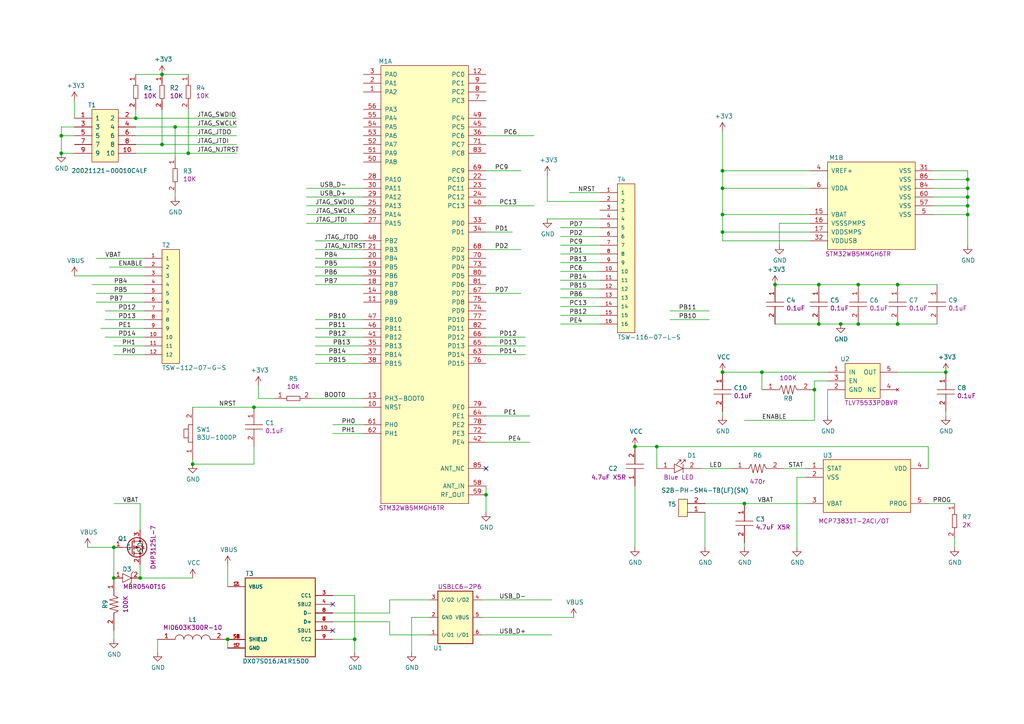
<source format=kicad_sch>
(kicad_sch (version 20231120) (generator "eeschema") (generator_version "8.0")
  (paper "A4")
  (junction (at 237.49 82.55))
  (junction (at 17.78 39.37))
  (junction (at 209.55 54.61))
  (junction (at 260.35 82.55))
  (junction (at 280.67 62.23))
  (junction (at 33.02 167.64))
  (junction (at 248.92 93.98))
  (junction (at 209.55 49.53))
  (junction (at 46.99 41.91))
  (junction (at 55.88 134.62))
  (junction (at 46.99 21.59))
  (junction (at 215.9 146.05))
  (junction (at 237.49 93.98))
  (junction (at 209.55 67.31))
  (junction (at 102.87 185.42))
  (junction (at 243.84 93.98))
  (junction (at 260.35 93.98))
  (junction (at 274.32 107.95))
  (junction (at 190.5 129.54))
  (junction (at 209.55 62.23))
  (junction (at 39.37 34.29))
  (junction (at 33.02 158.75))
  (junction (at 220.98 107.95))
  (junction (at 209.55 107.95))
  (junction (at 224.79 82.55))
  (junction (at 280.67 57.15))
  (junction (at 248.92 82.55))
  (junction (at 140.97 143.51))
  (junction (at 184.15 129.54))
  (junction (at 73.66 118.11))
  (junction (at 54.61 44.45))
  (junction (at 236.22 113.03))
  (junction (at 50.8 36.83))
  (junction (at 66.04 185.42))
  (junction (at 17.78 44.45))
  (junction (at 280.67 52.07))
  (junction (at 280.67 54.61))
  (junction (at 40.64 167.64))
  (junction (at 280.67 59.69))
  (no_connect (at 96.52 182.88))
  (no_connect (at 96.52 175.26))
  (no_connect (at 140.97 135.89))
  (wire (pts (xy 105.41 118.11) (xy 73.66 118.11)))
  (wire (pts (xy 102.87 172.72) (xy 102.87 185.42)))
  (wire (pts (xy 215.9 146.05) (xy 204.47 146.05)))
  (wire (pts (xy 236.22 113.03) (xy 236.22 121.92)))
  (wire (pts (xy 68.58 39.37) (xy 39.37 39.37)))
  (wire (pts (xy 140.97 49.53) (xy 151.13 49.53)))
  (wire (pts (xy 33.02 100.33) (xy 41.91 100.33)))
  (wire (pts (xy 158.75 50.8) (xy 158.75 58.42)))
  (wire (pts (xy 55.88 133.35) (xy 55.88 134.62)))
  (wire (pts (xy 140.97 67.31) (xy 148.59 67.31)))
  (wire (pts (xy 105.41 74.93) (xy 91.44 74.93)))
  (wire (pts (xy 46.99 31.75) (xy 46.99 41.91)))
  (wire (pts (xy 280.67 49.53) (xy 280.67 52.07)))
  (wire (pts (xy 30.48 90.17) (xy 41.91 90.17)))
  (wire (pts (xy 41.91 74.93) (xy 27.94 74.93)))
  (wire (pts (xy 205.74 90.17) (xy 194.31 90.17)))
  (wire (pts (xy 119.38 179.07) (xy 119.38 189.23)))
  (wire (pts (xy 270.51 49.53) (xy 280.67 49.53)))
  (wire (pts (xy 220.98 107.95) (xy 240.03 107.95)))
  (wire (pts (xy 274.32 120.65) (xy 274.32 119.38)))
  (wire (pts (xy 209.55 69.85) (xy 234.95 69.85)))
  (wire (pts (xy 237.49 82.55) (xy 248.92 82.55)))
  (wire (pts (xy 30.48 97.79) (xy 41.91 97.79)))
  (wire (pts (xy 140.97 100.33) (xy 152.4 100.33)))
  (wire (pts (xy 240.03 113.03) (xy 240.03 120.65)))
  (wire (pts (xy 29.21 95.25) (xy 41.91 95.25)))
  (wire (pts (xy 280.67 52.07) (xy 280.67 54.61)))
  (wire (pts (xy 140.97 85.09) (xy 151.13 85.09)))
  (wire (pts (xy 113.03 177.8) (xy 113.03 173.99)))
  (wire (pts (xy 209.55 62.23) (xy 209.55 54.61)))
  (wire (pts (xy 190.5 129.54) (xy 269.24 129.54)))
  (wire (pts (xy 21.59 36.83) (xy 17.78 36.83)))
  (wire (pts (xy 162.56 73.66) (xy 173.99 73.66)))
  (wire (pts (xy 158.75 58.42) (xy 173.99 58.42)))
  (wire (pts (xy 105.41 72.39) (xy 91.44 72.39)))
  (wire (pts (xy 105.41 105.41) (xy 91.44 105.41)))
  (wire (pts (xy 50.8 57.15) (xy 50.8 55.88)))
  (wire (pts (xy 66.04 185.42) (xy 66.04 187.96)))
  (wire (pts (xy 102.87 185.42) (xy 96.52 185.42)))
  (wire (pts (xy 173.99 86.36) (xy 162.56 86.36)))
  (wire (pts (xy 140.97 97.79) (xy 152.4 97.79)))
  (wire (pts (xy 105.41 102.87) (xy 91.44 102.87)))
  (wire (pts (xy 280.67 62.23) (xy 280.67 71.12)))
  (wire (pts (xy 105.41 82.55) (xy 91.44 82.55)))
  (wire (pts (xy 66.04 163.83) (xy 66.04 170.18)))
  (wire (pts (xy 209.55 107.95) (xy 220.98 107.95)))
  (wire (pts (xy 209.55 54.61) (xy 209.55 49.53)))
  (wire (pts (xy 270.51 59.69) (xy 280.67 59.69)))
  (wire (pts (xy 205.74 92.71) (xy 194.31 92.71)))
  (wire (pts (xy 270.51 57.15) (xy 280.67 57.15)))
  (wire (pts (xy 173.99 83.82) (xy 162.56 83.82)))
  (wire (pts (xy 96.52 172.72) (xy 102.87 172.72)))
  (wire (pts (xy 21.59 39.37) (xy 17.78 39.37)))
  (wire (pts (xy 41.91 80.01) (xy 21.59 80.01)))
  (wire (pts (xy 190.5 129.54) (xy 184.15 129.54)))
  (wire (pts (xy 212.09 135.89) (xy 203.2 135.89)))
  (wire (pts (xy 140.97 102.87) (xy 152.4 102.87)))
  (wire (pts (xy 140.97 39.37) (xy 154.94 39.37)))
  (wire (pts (xy 280.67 57.15) (xy 280.67 59.69)))
  (wire (pts (xy 173.99 63.5) (xy 158.75 63.5)))
  (wire (pts (xy 74.93 115.57) (xy 80.01 115.57)))
  (wire (pts (xy 41.91 87.63) (xy 27.94 87.63)))
  (wire (pts (xy 74.93 111.76) (xy 74.93 115.57)))
  (wire (pts (xy 105.41 92.71) (xy 91.44 92.71)))
  (wire (pts (xy 96.52 177.8) (xy 113.03 177.8)))
  (wire (pts (xy 260.35 93.98) (xy 271.78 93.98)))
  (wire (pts (xy 269.24 146.05) (xy 276.86 146.05)))
  (wire (pts (xy 124.46 179.07) (xy 119.38 179.07)))
  (wire (pts (xy 215.9 157.48) (xy 215.9 158.75)))
  (wire (pts (xy 190.5 135.89) (xy 190.5 129.54)))
  (wire (pts (xy 162.56 66.04) (xy 173.99 66.04)))
  (wire (pts (xy 280.67 54.61) (xy 280.67 57.15)))
  (wire (pts (xy 105.41 54.61) (xy 88.9 54.61)))
  (wire (pts (xy 46.99 21.59) (xy 39.37 21.59)))
  (wire (pts (xy 21.59 34.29) (xy 21.59 29.21)))
  (wire (pts (xy 46.99 41.91) (xy 68.58 41.91)))
  (wire (pts (xy 209.55 67.31) (xy 209.55 69.85)))
  (wire (pts (xy 105.41 59.69) (xy 88.9 59.69)))
  (wire (pts (xy 173.99 55.88) (xy 165.1 55.88)))
  (wire (pts (xy 54.61 31.75) (xy 54.61 44.45)))
  (wire (pts (xy 209.55 67.31) (xy 209.55 62.23)))
  (wire (pts (xy 173.99 81.28) (xy 162.56 81.28)))
  (wire (pts (xy 209.55 120.65) (xy 209.55 119.38)))
  (wire (pts (xy 102.87 189.23) (xy 102.87 185.42)))
  (wire (pts (xy 139.7 184.15) (xy 160.02 184.15)))
  (wire (pts (xy 91.44 100.33) (xy 105.41 100.33)))
  (wire (pts (xy 224.79 93.98) (xy 237.49 93.98)))
  (wire (pts (xy 45.72 185.42) (xy 45.72 189.23)))
  (wire (pts (xy 105.41 62.23) (xy 88.9 62.23)))
  (wire (pts (xy 237.49 93.98) (xy 243.84 93.98)))
  (wire (pts (xy 139.7 173.99) (xy 160.02 173.99)))
  (wire (pts (xy 234.95 62.23) (xy 209.55 62.23)))
  (wire (pts (xy 68.58 34.29) (xy 39.37 34.29)))
  (wire (pts (xy 17.78 39.37) (xy 17.78 44.45)))
  (wire (pts (xy 105.41 57.15) (xy 88.9 57.15)))
  (wire (pts (xy 105.41 125.73) (xy 96.52 125.73)))
  (wire (pts (xy 243.84 93.98) (xy 248.92 93.98)))
  (wire (pts (xy 113.03 184.15) (xy 124.46 184.15)))
  (wire (pts (xy 269.24 135.89) (xy 269.24 129.54)))
  (wire (pts (xy 39.37 41.91) (xy 46.99 41.91)))
  (wire (pts (xy 162.56 78.74) (xy 173.99 78.74)))
  (wire (pts (xy 105.41 95.25) (xy 91.44 95.25)))
  (wire (pts (xy 41.91 85.09) (xy 27.94 85.09)))
  (wire (pts (xy 50.8 36.83) (xy 68.58 36.83)))
  (wire (pts (xy 234.95 49.53) (xy 209.55 49.53)))
  (wire (pts (xy 270.51 52.07) (xy 280.67 52.07)))
  (wire (pts (xy 54.61 44.45) (xy 39.37 44.45)))
  (wire (pts (xy 140.97 72.39) (xy 151.13 72.39)))
  (wire (pts (xy 113.03 180.34) (xy 113.03 184.15)))
  (wire (pts (xy 226.06 64.77) (xy 226.06 71.12)))
  (wire (pts (xy 204.47 148.59) (xy 204.47 158.75)))
  (wire (pts (xy 140.97 128.27) (xy 153.67 128.27)))
  (wire (pts (xy 248.92 93.98) (xy 260.35 93.98)))
  (wire (pts (xy 33.02 158.75) (xy 25.4 158.75)))
  (wire (pts (xy 234.95 54.61) (xy 209.55 54.61)))
  (wire (pts (xy 154.94 59.69) (xy 140.97 59.69)))
  (wire (pts (xy 17.78 36.83) (xy 17.78 39.37)))
  (wire (pts (xy 162.56 76.2) (xy 173.99 76.2)))
  (wire (pts (xy 39.37 36.83) (xy 50.8 36.83)))
  (wire (pts (xy 54.61 21.59) (xy 46.99 21.59)))
  (wire (pts (xy 271.78 82.55) (xy 260.35 82.55)))
  (wire (pts (xy 55.88 134.62) (xy 73.66 134.62)))
  (wire (pts (xy 105.41 77.47) (xy 91.44 77.47)))
  (wire (pts (xy 231.14 138.43) (xy 231.14 158.75)))
  (wire (pts (xy 140.97 143.51) (xy 140.97 148.59)))
  (wire (pts (xy 139.7 179.07) (xy 166.37 179.07)))
  (wire (pts (xy 276.86 156.21) (xy 276.86 158.75)))
  (wire (pts (xy 173.99 88.9) (xy 162.56 88.9)))
  (wire (pts (xy 73.66 134.62) (xy 73.66 129.54)))
  (wire (pts (xy 21.59 44.45) (xy 17.78 44.45)))
  (wire (pts (xy 215.9 146.05) (xy 233.68 146.05)))
  (wire (pts (xy 73.66 118.11) (xy 55.88 118.11)))
  (wire (pts (xy 248.92 82.55) (xy 260.35 82.55)))
  (wire (pts (xy 209.55 49.53) (xy 209.55 38.1)))
  (wire (pts (xy 50.8 45.72) (xy 50.8 36.83)))
  (wire (pts (xy 162.56 68.58) (xy 173.99 68.58)))
  (wire (pts (xy 105.41 115.57) (xy 90.17 115.57)))
  (wire (pts (xy 40.64 146.05) (xy 40.64 153.67)))
  (wire (pts (xy 39.37 31.75) (xy 39.37 34.29)))
  (wire (pts (xy 270.51 62.23) (xy 280.67 62.23)))
  (wire (pts (xy 68.58 44.45) (xy 54.61 44.45)))
  (wire (pts (xy 105.41 97.79) (xy 91.44 97.79)))
  (wire (pts (xy 184.15 140.97) (xy 184.15 158.75)))
  (wire (pts (xy 162.56 93.98) (xy 173.99 93.98)))
  (wire (pts (xy 33.02 185.42) (xy 33.02 182.88)))
  (wire (pts (xy 140.97 120.65) (xy 153.67 120.65)))
  (wire (pts (xy 234.95 67.31) (xy 209.55 67.31)))
  (wire (pts (xy 270.51 54.61) (xy 280.67 54.61)))
  (wire (pts (xy 30.48 92.71) (xy 41.91 92.71)))
  (wire (pts (xy 105.41 69.85) (xy 91.44 69.85)))
  (wire (pts (xy 240.03 110.49) (xy 236.22 110.49)))
  (wire (pts (xy 236.22 110.49) (xy 236.22 113.03)))
  (wire (pts (xy 233.68 138.43) (xy 231.14 138.43)))
  (wire (pts (xy 41.91 82.55) (xy 26.67 82.55)))
  (wire (pts (xy 220.98 113.03) (xy 220.98 107.95)))
  (wire (pts (xy 40.64 146.05) (xy 33.02 146.05)))
  (wire (pts (xy 88.9 64.77) (xy 105.41 64.77)))
  (wire (pts (xy 280.67 59.69) (xy 280.67 62.23)))
  (wire (pts (xy 113.03 173.99) (xy 124.46 173.99)))
  (wire (pts (xy 33.02 167.64) (xy 33.02 158.75)))
  (wire (pts (xy 41.91 77.47) (xy 31.75 77.47)))
  (wire (pts (xy 140.97 140.97) (xy 140.97 143.51)))
  (wire (pts (xy 236.22 121.92) (xy 215.9 121.92)))
  (wire (pts (xy 260.35 107.95) (xy 274.32 107.95)))
  (wire (pts (xy 105.41 80.01) (xy 91.44 80.01)))
  (wire (pts (xy 33.02 102.87) (xy 41.91 102.87)))
  (wire (pts (xy 40.64 167.64) (xy 40.64 163.83)))
  (wire (pts (xy 227.33 135.89) (xy 233.68 135.89)))
  (wire (pts (xy 224.79 82.55) (xy 237.49 82.55)))
  (wire (pts (xy 40.64 167.64) (xy 55.88 167.64)))
  (wire (pts (xy 96.52 180.34) (xy 113.03 180.34)))
  (wire (pts (xy 173.99 91.44) (xy 162.56 91.44)))
  (wire (pts (xy 105.41 123.19) (xy 96.52 123.19)))
  (wire (pts (xy 234.95 64.77) (xy 226.06 64.77)))
  (wire (pts (xy 162.56 71.12) (xy 173.99 71.12)))
  (label "PH1" (at 99.06 125.73 0))
  (label "PD2" (at 165.1 68.58 0))
  (label "PB12" (at 165.1 91.44 0))
  (label "PB14" (at 165.1 81.28 0))
  (label "PH1" (at 39.37 100.33 180))
  (label "JTAG_JTDO" (at 93.98 69.85 0))
  (label "PD7" (at 165.1 66.04 0))
  (label "PB4" (at 93.98 74.93 0))
  (label "PD13" (at 34.29 92.71 0))
  (label "PD7" (at 143.51 85.09 0))
  (label "PB7" (at 93.98 82.55 0))
  (label "LED" (at 205.74 135.89 0))
  (label "ENABLE" (at 220.98 121.92 0))
  (label "PC9" (at 143.51 49.53 0))
  (label "PB4" (at 33.02 82.55 0))
  (label "VBAT" (at 35.56 146.05 0))
  (label "PH0" (at 39.37 102.87 180))
  (label "PB15" (at 165.1 83.82 0))
  (label "JTAG_JTDI" (at 91.44 64.77 0))
  (label "JTAG_SWDIO" (at 91.44 59.69 0))
  (label "PC13" (at 144.78 59.69 0))
  (label "PD1" (at 143.51 67.31 0))
  (label "PB12" (at 95.25 97.79 0))
  (label "PB5" (at 93.98 77.47 0))
  (label "VBAT" (at 219.71 146.05 0))
  (label "PD14" (at 34.29 97.79 0))
  (label "STAT" (at 228.6 135.89 0))
  (label "PC13" (at 165.1 88.9 0))
  (label "PB10" (at 196.85 92.71 0))
  (label "PB13" (at 165.1 76.2 0))
  (label "PE1" (at 146.05 120.65 0))
  (label "PE4" (at 147.32 128.27 0))
  (label "PE1" (at 34.29 95.25 0))
  (label "PB11" (at 95.25 95.25 0))
  (label "PD2" (at 143.51 72.39 0))
  (label "PC6" (at 146.05 39.37 0))
  (label "PD14" (at 144.78 102.87 0))
  (label "PB7" (at 31.75 87.63 0))
  (label "JTAG_JTDO" (at 57.15 39.37 0))
  (label "USB_D+" (at 92.71 57.15 0))
  (label "PB13" (at 96.52 100.33 0))
  (label "JTAG_SWCLK" (at 91.44 62.23 0))
  (label "PC6" (at 165.1 78.74 0))
  (label "PB11" (at 196.85 90.17 0))
  (label "NRST" (at 63.5 118.11 0))
  (label "PE4" (at 165.1 93.98 0))
  (label "PB14" (at 95.25 102.87 0))
  (label "PD12" (at 34.29 90.17 0))
  (label "JTAG_JTDI" (at 57.15 41.91 0))
  (label "PB5" (at 33.02 85.09 0))
  (label "PB6" (at 93.98 80.01 0))
  (label "USB_D-" (at 92.71 54.61 0))
  (label "PD13" (at 144.78 100.33 0))
  (label "USB_D+" (at 144.78 184.15 0))
  (label "NRST" (at 167.64 55.88 0))
  (label "PD1" (at 165.1 73.66 0))
  (label "JTAG_NJTRST" (at 93.98 72.39 0))
  (label "JTAG_SWDIO" (at 57.15 34.29 0))
  (label "PB6" (at 165.1 86.36 0))
  (label "VBAT" (at 30.48 74.93 0))
  (label "PC9" (at 165.1 71.12 0))
  (label "BOOT0" (at 93.98 115.57 0))
  (label "PD12" (at 144.78 97.79 0))
  (label "PB15" (at 95.25 105.41 0))
  (label "USB_D-" (at 144.78 173.99 0))
  (label "PH0" (at 99.06 123.19 0))
  (label "PB10" (at 95.25 92.71 0))
  (label "JTAG_NJTRST" (at 57.15 44.45 0))
  (label "ENABLE" (at 34.29 77.47 0))
  (label "PROG" (at 270.51 146.05 0))
  (label "JTAG_SWCLK" (at 57.15 36.83 0))
  (symbol (lib_id "AVR-KiCAD-Lib-Modules:STM32WB5MMGH6TR") (at 110.49 19.05 0) (unit 1)
    (property "Reference" "M1" (at 111.76 17.78 0))
    (property "Value" "STM32WB5MMGH6TR" (effects (hide yes)))
    (property "Footprint" "AVR-KiCAD-Lib-Modules:STM32WB5MMGH6TR" (effects (hide yes)))
    (property "Datasheet" "https://www.st.com/resource/en/datasheet/stm32wb5mmg.pdf" (effects (hide yes)))
    (property "Description" "12.98000" (effects (hide yes)))
    (property "Cost QTY: 1000" "9.01250" (effects (hide yes)))
    (property "Cost QTY: 2500" "*" (effects (hide yes)))
    (property "Cost QTY: 5000" "*" (effects (hide yes)))
    (property "Cost QTY: 10000" "*" (effects (hide yes)))
    (property "MFR" "STMicroelectronics" (effects (hide yes)))
    (property "MFR#" "STM32WB5MMGH6TR" (effects (hide yes)))
    (property "Vendor" "Digikey" (effects (hide yes)))
    (property "Vendor #" "497-STM32WB5MMGH6TR-ND" (effects (hide yes)))
    (property "Designer" "AVR" (effects (hide yes)))
    (property "Height" "1.382mm" (effects (hide yes)))
    (property "Date Created" "2/8/2021" (effects (hide yes)))
    (property "Date Modified" "2/8/2021" (effects (hide yes)))
    (property "Lead-Free ?" "Yes" (effects (hide yes)))
    (property "RoHS Levels" "1" (effects (hide yes)))
    (property "Mounting" "SMT" (effects (hide yes)))
    (property "Pin Count #" "86" (effects (hide yes)))
    (property "Status" "Active" (effects (hide yes)))
    (property "Tolerance" "*" (effects (hide yes)))
    (property "Type" "RF and MCU Integrated Module" (effects (hide yes)))
    (property "Voltage" "1.71-3.6V" (effects (hide yes)))
    (property "Package" "*" (effects (hide yes)))
    (property "Description" "802.15.4, Bluetooth Bluetooth v5.0, Thread, Zigbee® Transceiver Module 2.4GHz Integrated, Chip Surface Mount" (effects (hide yes)))
    (property "_Value_" "STM32WB5MMGH6TR" (at 119.38 147.32 0))
    (property "Management_ID" "*" (effects (hide yes)))
  )
  (symbol (lib_id "AVR-KiCAD-Lib-Modules:STM32WB5MMGH6TR") (at 240.03 46.99 0) (unit 2)
    (property "Reference" "M1" (at 242.57 45.72 0))
    (property "Value" "STM32WB5MMGH6TR" (effects (hide yes)))
    (property "Footprint" "AVR-KiCAD-Lib-Modules:STM32WB5MMGH6TR" (effects (hide yes)))
    (property "Datasheet" "https://www.st.com/resource/en/datasheet/stm32wb5mmg.pdf" (effects (hide yes)))
    (property "Description" "12.98000" (effects (hide yes)))
    (property "Cost QTY: 1000" "9.01250" (effects (hide yes)))
    (property "Cost QTY: 2500" "*" (effects (hide yes)))
    (property "Cost QTY: 5000" "*" (effects (hide yes)))
    (property "Cost QTY: 10000" "*" (effects (hide yes)))
    (property "MFR" "STMicroelectronics" (effects (hide yes)))
    (property "MFR#" "STM32WB5MMGH6TR" (effects (hide yes)))
    (property "Vendor" "Digikey" (effects (hide yes)))
    (property "Vendor #" "497-STM32WB5MMGH6TR-ND" (effects (hide yes)))
    (property "Designer" "AVR" (effects (hide yes)))
    (property "Height" "1.382mm" (effects (hide yes)))
    (property "Date Created" "2/8/2021" (effects (hide yes)))
    (property "Date Modified" "2/8/2021" (effects (hide yes)))
    (property "Lead-Free ?" "Yes" (effects (hide yes)))
    (property "RoHS Levels" "1" (effects (hide yes)))
    (property "Mounting" "SMT" (effects (hide yes)))
    (property "Pin Count #" "86" (effects (hide yes)))
    (property "Status" "Active" (effects (hide yes)))
    (property "Tolerance" "*" (effects (hide yes)))
    (property "Type" "RF and MCU Integrated Module" (effects (hide yes)))
    (property "Voltage" "1.71-3.6V" (effects (hide yes)))
    (property "Package" "*" (effects (hide yes)))
    (property "Description" "802.15.4, Bluetooth Bluetooth v5.0, Thread, Zigbee® Transceiver Module 2.4GHz Integrated, Chip Surface Mount" (effects (hide yes)))
    (property "_Value_" "STM32WB5MMGH6TR" (at 248.92 73.66 0))
    (property "Management_ID" "*" (effects (hide yes)))
  )
  (symbol (lib_id "Finch-Feather-rescue:GND-power") (at 280.67 71.12 0) (unit 1)
    (property "Reference" "#PWR0121" (effects (hide yes)))
    (property "Value" "GND" (at 280.797 75.5142 0))
  )
  (symbol (lib_id "AVR-KiCAD-Lib-Connectors:20021121-00010C4LF") (at 26.67 31.75 0) (unit 1)
    (property "Reference" "T1" (at 26.67 30.48 0))
    (property "Value" "20021121-00010C4LF" (at 31.75 49.53 0))
    (property "Footprint" "AVR-KiCAD-Lib-Connectors:20021121-00010C4LF" (effects (hide yes)))
    (property "Datasheet" "https://cdn.amphenol-icc.com/media/wysiwyg/files/drawing/20021121.pdf" (effects (hide yes)))
    (property "Description" "0.87000" (effects (hide yes)))
    (property "Cost QTY: 1000" "*" (effects (hide yes)))
    (property "Cost QTY: 2500" "*" (effects (hide yes)))
    (property "Cost QTY: 5000" "*" (effects (hide yes)))
    (property "Cost QTY: 10000" "*" (effects (hide yes)))
    (property "MFR" "Amphenol ICC (FCI)" (effects (hide yes)))
    (property "MFR#" "20021121-00010C4LF" (effects (hide yes)))
    (property "Vendor" "Digikey" (effects (hide yes)))
    (property "Vendor #" "609-3695-1-ND" (effects (hide yes)))
    (property "Designer" "AVR" (effects (hide yes)))
    (property "Height" "5.5mm" (effects (hide yes)))
    (property "Date Created" "6/16/2020" (effects (hide yes)))
    (property "Date Modified" "6/16/2020" (effects (hide yes)))
    (property "Lead-Free ?" "Yes" (effects (hide yes)))
    (property "RoHS Levels" "1" (effects (hide yes)))
    (property "Mounting" "SMT" (effects (hide yes)))
    (property "Pin Count #" "10" (effects (hide yes)))
    (property "Status" "Active" (effects (hide yes)))
    (property "Tolerance" "*" (effects (hide yes)))
    (property "Type" "SMT Pin Header" (effects (hide yes)))
    (property "Voltage" "*" (effects (hide yes)))
    (property "Package" "*" (effects (hide yes)))
    (property "Description" "CONN HEADER SMD 10POS 1.27MM" (effects (hide yes)))
    (property "_Value_" "20021121-00010C4LF" (effects (hide yes)))
    (property "Management_ID" "*" (effects (hide yes)))
  )
  (symbol (lib_id "Finch-Feather-rescue:+3V3-power") (at 209.55 38.1 0) (unit 1)
    (property "Reference" "#PWR0120" (effects (hide yes)))
    (property "Value" "+3V3" (at 209.931 33.7058 0))
  )
  (symbol (lib_id "Finch-Feather-rescue:GND-power") (at 226.06 71.12 0) (unit 1)
    (property "Reference" "#PWR0119" (effects (hide yes)))
    (property "Value" "GND" (at 226.187 75.5142 0))
  )
  (symbol (lib_id "Finch-Feather-rescue:GND-power") (at 140.97 148.59 0) (unit 1)
    (property "Reference" "#PWR0105" (effects (hide yes)))
    (property "Value" "GND" (at 141.097 152.9842 0))
  )
  (symbol (lib_id "AVR-KiCAD-Lib-Resistors:RC0402FR-0710KL") (at 85.09 115.57 0) (unit 1)
    (property "Reference" "R5" (at 85.09 109.855 0))
    (property "Value" "RC0402FR-0710KL" (effects (hide yes)))
    (property "Footprint" "AVR-KiCAD-Lib-Resistors:R0402" (effects (hide yes)))
    (property "Datasheet" "https://www.yageo.com/upload/media/product/productsearch/datasheet/rchip/PYu-RC_Group_51_RoHS_L_10.pdf" (effects (hide yes)))
    (property "Description" "0.10000" (effects (hide yes)))
    (property "Cost QTY: 1000" "0.00289" (effects (hide yes)))
    (property "Cost QTY: 2500" "0.00251" (effects (hide yes)))
    (property "Cost QTY: 5000" "0.00207" (effects (hide yes)))
    (property "Cost QTY: 10000" "*" (effects (hide yes)))
    (property "MFR" "Yageo" (effects (hide yes)))
    (property "MFR#" "RC0402FR-0710KL" (effects (hide yes)))
    (property "Vendor" "Digikey" (effects (hide yes)))
    (property "Vendor #" "311-10.0KLRCT-ND" (effects (hide yes)))
    (property "Designer" "AVR" (effects (hide yes)))
    (property "Height" "0.4mm" (effects (hide yes)))
    (property "Date Created" "12/11/2019" (effects (hide yes)))
    (property "Date Modified" "12/11/2019" (effects (hide yes)))
    (property "Lead-Free ?" "Yes" (effects (hide yes)))
    (property "RoHS Levels" "1" (effects (hide yes)))
    (property "Mounting" "SMT" (effects (hide yes)))
    (property "Pin Count #" "2" (effects (hide yes)))
    (property "Status" "Active" (effects (hide yes)))
    (property "Tolerance" "1%" (effects (hide yes)))
    (property "Type" "Thick FIlm Resistor" (effects (hide yes)))
    (property "Voltage" "*" (effects (hide yes)))
    (property "Package" "0402" (effects (hide yes)))
    (property "_Value_" "10K" (at 85.09 112.1664 0))
    (property "Management_ID" "*" (effects (hide yes)))
    (property "Description" "10 kOhms ±1% 0.063W, 1/16W Chip Resistor 0402 (1005 Metric) Moisture Resistant Thick Film" (effects (hide yes)))
  )
  (symbol (lib_id "AVR-KiCAD-Lib-Mech-Switches:B3U-1000P") (at 55.88 125.73 90) (unit 1)
    (property "Reference" "SW1" (at 56.9976 124.5616 90) (effects (justify right)))
    (property "Value" "B3U-1000P" (at 56.9976 126.873 90) (effects (justify right)))
    (property "Footprint" "AVR-KiCAD-Lib-Mech-Switches:B3U-1000P" (effects (hide yes)))
    (property "Datasheet" "https://omronfs.omron.com/en_US/ecb/products/pdf/en-b3u.pdf" (effects (hide yes)))
    (property "Description" "0.98000" (effects (hide yes)))
    (property "Cost QTY: 1000" "0.59822" (effects (hide yes)))
    (property "Cost QTY: 2500" "*" (effects (hide yes)))
    (property "Cost QTY: 5000" "*" (effects (hide yes)))
    (property "Cost QTY: 10000" "*" (effects (hide yes)))
    (property "MFR" "Omron Electronics Inc-EMC Div" (effects (hide yes)))
    (property "MFR#" "B3U-1000P" (effects (hide yes)))
    (property "Vendor" "Digikey" (effects (hide yes)))
    (property "Vendor #" "SW1020CT-ND" (effects (hide yes)))
    (property "Designer" "AVR" (effects (hide yes)))
    (property "Height" "1.6mm" (effects (hide yes)))
    (property "Date Created" "6/15/2020" (effects (hide yes)))
    (property "Date Modified" "6/15/2020" (effects (hide yes)))
    (property "Lead-Free ?" "Yes" (effects (hide yes)))
    (property "RoHS Levels" "1" (effects (hide yes)))
    (property "Mounting" "SMT" (effects (hide yes)))
    (property "Pin Count #" "2" (effects (hide yes)))
    (property "Status" "Active" (effects (hide yes)))
    (property "Tolerance" "*" (effects (hide yes)))
    (property "Type" "Switch" (effects (hide yes)))
    (property "Voltage" "*" (effects (hide yes)))
    (property "Package" "Proprietary" (effects (hide yes)))
    (property "Description" "Tactile Switch SPST-NO Top Actuated Surface Mount" (effects (hide yes)))
    (property "_Value_" "B3U-1000P" (effects (hide yes)))
    (property "Management_ID" "*" (effects (hide yes)))
  )
  (symbol (lib_id "AVR-KiCAD-Lib-Capacitors:C0402C104K9PACTU") (at 73.66 123.19 270) (unit 1)
    (property "Reference" "C1" (at 76.9112 122.6566 90) (effects (justify left)))
    (property "Value" "C0402C104K9PACTU" (effects (hide yes)))
    (property "Footprint" "AVR-KiCAD-Lib-Resistors:R0402" (effects (hide yes)))
    (property "Datasheet" "https://content.kemet.com/datasheets/KEM_C1006_X5R_SMD.pdf" (effects (hide yes)))
    (property "Description" "0.10000" (effects (hide yes)))
    (property "Cost QTY: 1000" "0.01139" (effects (hide yes)))
    (property "Cost QTY: 2500" "0.01035" (effects (hide yes)))
    (property "Cost QTY: 5000" "0.00952" (effects (hide yes)))
    (property "Cost QTY: 10000" "0.00756" (effects (hide yes)))
    (property "MFR" "KEMET" (effects (hide yes)))
    (property "MFR#" "C0402C104K9PACTU" (effects (hide yes)))
    (property "Vendor" "Digikey" (effects (hide yes)))
    (property "Vendor #" "399-3026-6-ND" (effects (hide yes)))
    (property "Designer" "AVR" (effects (hide yes)))
    (property "Height" "0.55mm" (effects (hide yes)))
    (property "Date Created" "12/7/2019" (effects (hide yes)))
    (property "Date Modified" "12/7/2019" (effects (hide yes)))
    (property "Lead-Free ?" "Yes" (effects (hide yes)))
    (property "RoHS Levels" "1" (effects (hide yes)))
    (property "Mounting" "SMT" (effects (hide yes)))
    (property "Pin Count #" "2" (effects (hide yes)))
    (property "Status" "Active" (effects (hide yes)))
    (property "Tolerance" "10%" (effects (hide yes)))
    (property "Type" "Ceramic Cap" (effects (hide yes)))
    (property "Voltage" "6.3V" (effects (hide yes)))
    (property "Package" "0402" (effects (hide yes)))
    (property "Description" "0.1µF ±10% 6.3V Ceramic Capacitor X5R 0402 (1005 Metric)" (effects (hide yes)))
    (property "_Value_" "0.1uF" (at 76.9112 124.968 90) (effects (justify left)))
    (property "Management_ID" "*" (effects (hide yes)))
  )
  (symbol (lib_id "Finch-Feather-rescue:GND-power") (at 55.88 134.62 0) (unit 1)
    (property "Reference" "#PWR0104" (effects (hide yes)))
    (property "Value" "GND" (at 56.007 139.0142 0))
  )
  (symbol (lib_id "AVR-KiCAD-Lib-Connectors:DX07S016JA1R1500") (at 91.44 167.64 0) (mirror y) (unit 1)
    (property "Reference" "T3" (at 72.39 166.37 0))
    (property "Value" "DX07S016JA1R1500" (at 80.01 191.77 0))
    (property "Footprint" "AVR-KiCAD-Lib-Connectors:JAE_DX07S016JA1R1500" (effects (hide yes)))
    (property "Datasheet" "https://www.jae.com/direct/topics/topics_file_download/?topics_id=91780&ext_no=04&_lang=en&v=2020041313384666992409" (effects (hide yes)))
    (property "Description" "1.51000" (effects (hide yes)))
    (property "Cost QTY: 1000" "0.81200" (effects (hide yes)))
    (property "Cost QTY: 2500" "*" (effects (hide yes)))
    (property "Cost QTY: 5000" "*" (effects (hide yes)))
    (property "Cost QTY: 10000" "*" (effects (hide yes)))
    (property "MFR" "JAE Electronics" (effects (hide yes)))
    (property "MFR#" "DX07S016JA1R1500" (effects (hide yes)))
    (property "Vendor" "Digikey" (effects (hide yes)))
    (property "Vendor #" "670-DX07S016JA1R1500TR-ND" (effects (hide yes)))
    (property "Designer" "AVR" (effects (hide yes)))
    (property "Height" "3.2mm" (effects (hide yes)))
    (property "Date Created" "2/10/2021" (effects (hide yes)))
    (property "Date Modified" "2/10/2021" (effects (hide yes)))
    (property "Lead-Free ?" "Yes" (effects (hide yes)))
    (property "RoHS Levels" "1" (effects (hide yes)))
    (property "Mounting" "Throughhole & SMT" (effects (hide yes)))
    (property "Pin Count #" "16" (effects (hide yes)))
    (property "Status" "Active" (effects (hide yes)))
    (property "Tolerance" "*" (effects (hide yes)))
    (property "Type" "USB-C" (effects (hide yes)))
    (property "Voltage" "20V" (effects (hide yes)))
    (property "Package" "*" (effects (hide yes)))
    (property "Description" "USB-C (USB TYPE-C) USB 2.0 Receptacle Connector 24 (16+8 Dummy) Position Surface Mount, Right Angle; Through Hole" (effects (hide yes)))
    (property "_Value_" "DX07S016JA1R1500" (effects (hide yes)))
    (property "Management_ID" "*" (effects (hide yes)))
  )
  (symbol (lib_id "Finch-Feather-rescue:GND-power") (at 45.72 189.23 0) (unit 1)
    (property "Reference" "#PWR0103" (effects (hide yes)))
    (property "Value" "GND" (at 45.847 193.6242 0))
  )
  (symbol (lib_id "AVR-KiCAD-Lib-Capacitors:C0603C475K9PACTU") (at 184.15 135.89 90) (unit 1)
    (property "Reference" "C2" (at 177.8 135.89 90))
    (property "Value" "C0603C475K9PACTU" (effects (hide yes)))
    (property "Footprint" "AVR-KiCAD-Lib-Capacitors:C0603" (effects (hide yes)))
    (property "Datasheet" "https://content.kemet.com/datasheets/KEM_C1006_X5R_SMD.pdf" (effects (hide yes)))
    (property "Description" "0.17000" (effects (hide yes)))
    (property "Cost QTY: 1000" "0.03280" (effects (hide yes)))
    (property "Cost QTY: 2500" "*" (effects (hide yes)))
    (property "Cost QTY: 5000" "0.02430" (effects (hide yes)))
    (property "Cost QTY: 10000" "0.02260" (effects (hide yes)))
    (property "MFR" "KEMET" (effects (hide yes)))
    (property "MFR#" "C0603C475K9PACTU" (effects (hide yes)))
    (property "Vendor" "Digikey" (effects (hide yes)))
    (property "Vendor #" "399-3482-1-ND" (effects (hide yes)))
    (property "Designer" "AVR" (effects (hide yes)))
    (property "Height" "0.9mm" (effects (hide yes)))
    (property "Date Created" "12/6/2019" (effects (hide yes)))
    (property "Date Modified" "12/6/2019" (effects (hide yes)))
    (property "Lead-Free ?" "Yes" (effects (hide yes)))
    (property "RoHS Levels" "1" (effects (hide yes)))
    (property "Mounting" "SMT" (effects (hide yes)))
    (property "Pin Count #" "2" (effects (hide yes)))
    (property "Status" "Active" (effects (hide yes)))
    (property "Tolerance" "10%" (effects (hide yes)))
    (property "Type" "Ceramic Cap" (effects (hide yes)))
    (property "Voltage" "6.3V" (effects (hide yes)))
    (property "Package" "0603" (effects (hide yes)))
    (property "Description" "4.7µF ±10% 6.3V Ceramic Capacitor X5R 0603 (1608 Metric)" (effects (hide yes)))
    (property "_Value_" "4.7uF X5R" (at 176.53 138.43 90))
    (property "Management_ID" "*" (effects (hide yes)))
  )
  (symbol (lib_id "AVR-KiCAD-Lib-Resistors:RC0402FR-072KL") (at 276.86 151.13 270) (unit 1)
    (property "Reference" "R7" (at 279.0698 149.9616 90) (effects (justify left)))
    (property "Value" "RC0402FR-072KL" (effects (hide yes)))
    (property "Footprint" "AVR-KiCAD-Lib-Resistors:R0402" (effects (hide yes)))
    (property "Datasheet" "https://www.yageo.com/upload/media/product/productsearch/datasheet/rchip/PYu-RC_Group_51_RoHS_L_10.pdf" (effects (hide yes)))
    (property "Description" "0.10000" (effects (hide yes)))
    (property "Cost QTY: 1000" "0.00289" (effects (hide yes)))
    (property "Cost QTY: 2500" "0.00251" (effects (hide yes)))
    (property "Cost QTY: 5000" "0.00207" (effects (hide yes)))
    (property "Cost QTY: 10000" "0.00163" (effects (hide yes)))
    (property "MFR" "Yageo" (effects (hide yes)))
    (property "MFR#" "RC0402FR-072KL" (effects (hide yes)))
    (property "Vendor" "Digikey" (effects (hide yes)))
    (property "Vendor #" "311-2KLRCT-ND" (effects (hide yes)))
    (property "Designer" "AVR" (effects (hide yes)))
    (property "Height" "0.4mm" (effects (hide yes)))
    (property "Date Created" "7/6/2020" (effects (hide yes)))
    (property "Date Modified" "7/6/2020" (effects (hide yes)))
    (property "Lead-Free ?" "Yes" (effects (hide yes)))
    (property "RoHS Levels" "1" (effects (hide yes)))
    (property "Mounting" "SMT" (effects (hide yes)))
    (property "Pin Count #" "2" (effects (hide yes)))
    (property "Status" "Active" (effects (hide yes)))
    (property "Tolerance" "1%" (effects (hide yes)))
    (property "Type" "Resistor" (effects (hide yes)))
    (property "Voltage" "*" (effects (hide yes)))
    (property "Package" "0402" (effects (hide yes)))
    (property "_Value_" "2K" (at 279.0698 152.273 90) (effects (justify left)))
    (property "Description" "2 kOhms ±1% 0.063W, 1/16W Chip Resistor 0402 (1005 Metric) Moisture Resistant Thick Film" (effects (hide yes)))
    (property "Management_ID" "*" (effects (hide yes)))
  )
  (symbol (lib_id "AVR-KiCAD-Lib-Resistors:RC0603FR-07470RL") (at 219.71 135.89 0) (unit 1)
    (property "Reference" "R6" (at 219.71 132.08 0))
    (property "Value" "RC0603FR-07470RL" (effects (hide yes)))
    (property "Footprint" "AVR-KiCAD-Lib-Resistors:R0603" (effects (hide yes)))
    (property "Description" "0.100" (effects (hide yes)))
    (property "Cost QTY: 1000" "0.00476" (effects (hide yes)))
    (property "Cost QTY: 2500" "0.00418" (effects (hide yes)))
    (property "Cost QTY: 5000" "*" (effects (hide yes)))
    (property "Cost QTY: 10000" "*" (effects (hide yes)))
    (property "MFR" "Yageo" (effects (hide yes)))
    (property "MFR#" "RC0603FR-07470RL" (effects (hide yes)))
    (property "Vendor" "Digikey" (effects (hide yes)))
    (property "Vendor #" "311-470HRCT-ND" (effects (hide yes)))
    (property "Designer" "AVR" (effects (hide yes)))
    (property "Height" "0.55mm" (effects (hide yes)))
    (property "Date Created" "4/23/2019" (effects (hide yes)))
    (property "Date Modified" "4/23/2019" (effects (hide yes)))
    (property "Lead-Free ?" "Yes" (effects (hide yes)))
    (property "RoHS Levels" "1" (effects (hide yes)))
    (property "Mounting" "SMT" (effects (hide yes)))
    (property "Pin Count #" "2" (effects (hide yes)))
    (property "Status" "Active" (effects (hide yes)))
    (property "Tolerance" "1%" (effects (hide yes)))
    (property "Type" "SMT Chip Resistor" (effects (hide yes)))
    (property "Voltage" "*" (effects (hide yes)))
    (property "Package" "0603" (effects (hide yes)))
    (property "_Value_" "470r" (at 219.71 139.7 0))
    (property "Management_ID" "*" (effects (hide yes)))
    (property "Description" "RES SMD 470 OHM 1% 1/10W 0603" (effects (hide yes)))
  )
  (symbol (lib_id "Finch-Feather-rescue:GND-power") (at 240.03 120.65 0) (unit 1)
    (property "Reference" "#PWR0118" (effects (hide yes)))
    (property "Value" "GND" (at 240.157 125.0442 0))
  )
  (symbol (lib_id "AVR-KiCAD-Lib-Diodes:LTST-C194TBKT") (at 196.85 135.89 0) (unit 1)
    (property "Reference" "D1" (at 200.66 132.08 0))
    (property "Value" "LTST-C194TBKT" (effects (hide yes)))
    (property "Footprint" "AVR-KiCAD-Lib-Diodes:LED0603" (effects (hide yes)))
    (property "Datasheet" "http://optoelectronics.liteon.com/upload/download/DS22-2010-0025/LTST-C194TBKT.PDF" (effects (hide yes)))
    (property "Description" "0.42000" (effects (hide yes)))
    (property "Cost QTY: 1000" "0.07797" (effects (hide yes)))
    (property "Cost QTY: 2500" "*" (effects (hide yes)))
    (property "Cost QTY: 5000" "0.06102" (effects (hide yes)))
    (property "Cost QTY: 10000" "0.05424" (effects (hide yes)))
    (property "MFR" "Lite-On Inc." (effects (hide yes)))
    (property "MFR#" "LTST-C194TBKT" (effects (hide yes)))
    (property "Vendor" "Digikey" (effects (hide yes)))
    (property "Vendor #" "160-1837-2-ND" (effects (hide yes)))
    (property "Designer" "AVR" (effects (hide yes)))
    (property "Height" "0.45mm" (effects (hide yes)))
    (property "Date Created" "3/1/2020" (effects (hide yes)))
    (property "Date Modified" "3/1/2020" (effects (hide yes)))
    (property "Lead-Free ?" "Yes" (effects (hide yes)))
    (property "RoHS Levels" "1" (effects (hide yes)))
    (property "Mounting" "SMT" (effects (hide yes)))
    (property "Pin Count #" "2" (effects (hide yes)))
    (property "Status" "Active" (effects (hide yes)))
    (property "Tolerance" "*" (effects (hide yes)))
    (property "Type" "Blue LED Colorless" (effects (hide yes)))
    (property "Voltage" "3.3V" (effects (hide yes)))
    (property "Package" "0603" (effects (hide yes)))
    (property "Description" "Blue 468nm LED Indication - Discrete 3.3V 0603 (1608 Metric)" (effects (hide yes)))
    (property "_Value_" "Blue LED" (at 196.85 138.43 0))
    (property "Management_ID" "*" (effects (hide yes)))
  )
  (symbol (lib_id "Finch-Feather-rescue:GND-power") (at 276.86 158.75 0) (unit 1)
    (property "Reference" "#PWR0113" (effects (hide yes)))
    (property "Value" "GND" (at 276.987 163.1442 0))
  )
  (symbol (lib_id "Finch-Feather-rescue:+3V3-power") (at 274.32 107.95 0) (unit 1)
    (property "Reference" "#PWR0117" (effects (hide yes)))
    (property "Value" "+3V3" (at 274.701 103.5558 0))
  )
  (symbol (lib_id "AVR-KiCAD-Lib-Capacitors:C0402C104K9PACTU") (at 274.32 113.03 270) (unit 1)
    (property "Reference" "C8" (at 277.5712 112.4966 90) (effects (justify left)))
    (property "Value" "C0402C104K9PACTU" (effects (hide yes)))
    (property "Footprint" "AVR-KiCAD-Lib-Resistors:R0402" (effects (hide yes)))
    (property "Datasheet" "https://content.kemet.com/datasheets/KEM_C1006_X5R_SMD.pdf" (effects (hide yes)))
    (property "Description" "0.10000" (effects (hide yes)))
    (property "Cost QTY: 1000" "0.01139" (effects (hide yes)))
    (property "Cost QTY: 2500" "0.01035" (effects (hide yes)))
    (property "Cost QTY: 5000" "0.00952" (effects (hide yes)))
    (property "Cost QTY: 10000" "0.00756" (effects (hide yes)))
    (property "MFR" "KEMET" (effects (hide yes)))
    (property "MFR#" "C0402C104K9PACTU" (effects (hide yes)))
    (property "Vendor" "Digikey" (effects (hide yes)))
    (property "Vendor #" "399-3026-6-ND" (effects (hide yes)))
    (property "Designer" "AVR" (effects (hide yes)))
    (property "Height" "0.55mm" (effects (hide yes)))
    (property "Date Created" "12/7/2019" (effects (hide yes)))
    (property "Date Modified" "12/7/2019" (effects (hide yes)))
    (property "Lead-Free ?" "Yes" (effects (hide yes)))
    (property "RoHS Levels" "1" (effects (hide yes)))
    (property "Mounting" "SMT" (effects (hide yes)))
    (property "Pin Count #" "2" (effects (hide yes)))
    (property "Status" "Active" (effects (hide yes)))
    (property "Tolerance" "10%" (effects (hide yes)))
    (property "Type" "Ceramic Cap" (effects (hide yes)))
    (property "Voltage" "6.3V" (effects (hide yes)))
    (property "Package" "0402" (effects (hide yes)))
    (property "Description" "0.1µF ±10% 6.3V Ceramic Capacitor X5R 0402 (1005 Metric)" (effects (hide yes)))
    (property "_Value_" "0.1uF" (at 277.5712 114.808 90) (effects (justify left)))
    (property "Management_ID" "*" (effects (hide yes)))
  )
  (symbol (lib_id "Finch-Feather-rescue:GND-power") (at 274.32 120.65 0) (unit 1)
    (property "Reference" "#PWR0116" (effects (hide yes)))
    (property "Value" "GND" (at 274.447 125.0442 0))
  )
  (symbol (lib_id "AVR-KiCAD-Lib-Capacitors:C0603C475K9PACTU") (at 215.9 151.13 270) (unit 1)
    (property "Reference" "C3" (at 219.1512 150.5966 90) (effects (justify left)))
    (property "Value" "C0603C475K9PACTU" (effects (hide yes)))
    (property "Footprint" "AVR-KiCAD-Lib-Capacitors:C0603" (effects (hide yes)))
    (property "Datasheet" "https://content.kemet.com/datasheets/KEM_C1006_X5R_SMD.pdf" (effects (hide yes)))
    (property "Description" "0.17000" (effects (hide yes)))
    (property "Cost QTY: 1000" "0.03280" (effects (hide yes)))
    (property "Cost QTY: 2500" "*" (effects (hide yes)))
    (property "Cost QTY: 5000" "0.02430" (effects (hide yes)))
    (property "Cost QTY: 10000" "0.02260" (effects (hide yes)))
    (property "MFR" "KEMET" (effects (hide yes)))
    (property "MFR#" "C0603C475K9PACTU" (effects (hide yes)))
    (property "Vendor" "Digikey" (effects (hide yes)))
    (property "Vendor #" "399-3482-1-ND" (effects (hide yes)))
    (property "Designer" "AVR" (effects (hide yes)))
    (property "Height" "0.9mm" (effects (hide yes)))
    (property "Date Created" "12/6/2019" (effects (hide yes)))
    (property "Date Modified" "12/6/2019" (effects (hide yes)))
    (property "Lead-Free ?" "Yes" (effects (hide yes)))
    (property "RoHS Levels" "1" (effects (hide yes)))
    (property "Mounting" "SMT" (effects (hide yes)))
    (property "Pin Count #" "2" (effects (hide yes)))
    (property "Status" "Active" (effects (hide yes)))
    (property "Tolerance" "10%" (effects (hide yes)))
    (property "Type" "Ceramic Cap" (effects (hide yes)))
    (property "Voltage" "6.3V" (effects (hide yes)))
    (property "Package" "0603" (effects (hide yes)))
    (property "Description" "4.7µF ±10% 6.3V Ceramic Capacitor X5R 0603 (1608 Metric)" (effects (hide yes)))
    (property "_Value_" "4.7uF X5R" (at 219.1512 152.908 90) (effects (justify left)))
    (property "Management_ID" "*" (effects (hide yes)))
  )
  (symbol (lib_id "Finch-Feather-rescue:GND-power") (at 204.47 158.75 0) (unit 1)
    (property "Reference" "#PWR0112" (effects (hide yes)))
    (property "Value" "GND" (at 204.597 163.1442 0))
  )
  (symbol (lib_id "Finch-Feather-rescue:GND-power") (at 215.9 158.75 0) (unit 1)
    (property "Reference" "#PWR0111" (effects (hide yes)))
    (property "Value" "GND" (at 216.027 163.1442 0))
  )
  (symbol (lib_id "AVR-KiCAD-Lib-Capacitors:C0402C104K9PACTU") (at 224.79 87.63 270) (unit 1)
    (property "Reference" "C4" (at 228.0412 87.0966 90) (effects (justify left)))
    (property "Value" "C0402C104K9PACTU" (effects (hide yes)))
    (property "Footprint" "AVR-KiCAD-Lib-Resistors:R0402" (effects (hide yes)))
    (property "Datasheet" "https://content.kemet.com/datasheets/KEM_C1006_X5R_SMD.pdf" (effects (hide yes)))
    (property "Description" "0.10000" (effects (hide yes)))
    (property "Cost QTY: 1000" "0.01139" (effects (hide yes)))
    (property "Cost QTY: 2500" "0.01035" (effects (hide yes)))
    (property "Cost QTY: 5000" "0.00952" (effects (hide yes)))
    (property "Cost QTY: 10000" "0.00756" (effects (hide yes)))
    (property "MFR" "KEMET" (effects (hide yes)))
    (property "MFR#" "C0402C104K9PACTU" (effects (hide yes)))
    (property "Vendor" "Digikey" (effects (hide yes)))
    (property "Vendor #" "399-3026-6-ND" (effects (hide yes)))
    (property "Designer" "AVR" (effects (hide yes)))
    (property "Height" "0.55mm" (effects (hide yes)))
    (property "Date Created" "12/7/2019" (effects (hide yes)))
    (property "Date Modified" "12/7/2019" (effects (hide yes)))
    (property "Lead-Free ?" "Yes" (effects (hide yes)))
    (property "RoHS Levels" "1" (effects (hide yes)))
    (property "Mounting" "SMT" (effects (hide yes)))
    (property "Pin Count #" "2" (effects (hide yes)))
    (property "Status" "Active" (effects (hide yes)))
    (property "Tolerance" "10%" (effects (hide yes)))
    (property "Type" "Ceramic Cap" (effects (hide yes)))
    (property "Voltage" "6.3V" (effects (hide yes)))
    (property "Package" "0402" (effects (hide yes)))
    (property "Description" "0.1µF ±10% 6.3V Ceramic Capacitor X5R 0402 (1005 Metric)" (effects (hide yes)))
    (property "_Value_" "0.1uF" (at 228.0412 89.408 90) (effects (justify left)))
    (property "Management_ID" "*" (effects (hide yes)))
  )
  (symbol (lib_id "AVR-KiCAD-Lib-Capacitors:C0402C104K9PACTU") (at 237.49 87.63 270) (unit 1)
    (property "Reference" "C5" (at 240.7412 87.0966 90) (effects (justify left)))
    (property "Value" "C0402C104K9PACTU" (effects (hide yes)))
    (property "Footprint" "AVR-KiCAD-Lib-Resistors:R0402" (effects (hide yes)))
    (property "Datasheet" "https://content.kemet.com/datasheets/KEM_C1006_X5R_SMD.pdf" (effects (hide yes)))
    (property "Description" "0.10000" (effects (hide yes)))
    (property "Cost QTY: 1000" "0.01139" (effects (hide yes)))
    (property "Cost QTY: 2500" "0.01035" (effects (hide yes)))
    (property "Cost QTY: 5000" "0.00952" (effects (hide yes)))
    (property "Cost QTY: 10000" "0.00756" (effects (hide yes)))
    (property "MFR" "KEMET" (effects (hide yes)))
    (property "MFR#" "C0402C104K9PACTU" (effects (hide yes)))
    (property "Vendor" "Digikey" (effects (hide yes)))
    (property "Vendor #" "399-3026-6-ND" (effects (hide yes)))
    (property "Designer" "AVR" (effects (hide yes)))
    (property "Height" "0.55mm" (effects (hide yes)))
    (property "Date Created" "12/7/2019" (effects (hide yes)))
    (property "Date Modified" "12/7/2019" (effects (hide yes)))
    (property "Lead-Free ?" "Yes" (effects (hide yes)))
    (property "RoHS Levels" "1" (effects (hide yes)))
    (property "Mounting" "SMT" (effects (hide yes)))
    (property "Pin Count #" "2" (effects (hide yes)))
    (property "Status" "Active" (effects (hide yes)))
    (property "Tolerance" "10%" (effects (hide yes)))
    (property "Type" "Ceramic Cap" (effects (hide yes)))
    (property "Voltage" "6.3V" (effects (hide yes)))
    (property "Package" "0402" (effects (hide yes)))
    (property "Description" "0.1µF ±10% 6.3V Ceramic Capacitor X5R 0402 (1005 Metric)" (effects (hide yes)))
    (property "_Value_" "0.1uF" (at 240.7412 89.408 90) (effects (justify left)))
    (property "Management_ID" "*" (effects (hide yes)))
  )
  (symbol (lib_id "AVR-KiCAD-Lib-Capacitors:C0402C104K9PACTU") (at 248.92 87.63 270) (unit 1)
    (property "Reference" "C6" (at 252.1712 87.0966 90) (effects (justify left)))
    (property "Value" "C0402C104K9PACTU" (effects (hide yes)))
    (property "Footprint" "AVR-KiCAD-Lib-Resistors:R0402" (effects (hide yes)))
    (property "Datasheet" "https://content.kemet.com/datasheets/KEM_C1006_X5R_SMD.pdf" (effects (hide yes)))
    (property "Description" "0.10000" (effects (hide yes)))
    (property "Cost QTY: 1000" "0.01139" (effects (hide yes)))
    (property "Cost QTY: 2500" "0.01035" (effects (hide yes)))
    (property "Cost QTY: 5000" "0.00952" (effects (hide yes)))
    (property "Cost QTY: 10000" "0.00756" (effects (hide yes)))
    (property "MFR" "KEMET" (effects (hide yes)))
    (property "MFR#" "C0402C104K9PACTU" (effects (hide yes)))
    (property "Vendor" "Digikey" (effects (hide yes)))
    (property "Vendor #" "399-3026-6-ND" (effects (hide yes)))
    (property "Designer" "AVR" (effects (hide yes)))
    (property "Height" "0.55mm" (effects (hide yes)))
    (property "Date Created" "12/7/2019" (effects (hide yes)))
    (property "Date Modified" "12/7/2019" (effects (hide yes)))
    (property "Lead-Free ?" "Yes" (effects (hide yes)))
    (property "RoHS Levels" "1" (effects (hide yes)))
    (property "Mounting" "SMT" (effects (hide yes)))
    (property "Pin Count #" "2" (effects (hide yes)))
    (property "Status" "Active" (effects (hide yes)))
    (property "Tolerance" "10%" (effects (hide yes)))
    (property "Type" "Ceramic Cap" (effects (hide yes)))
    (property "Voltage" "6.3V" (effects (hide yes)))
    (property "Package" "0402" (effects (hide yes)))
    (property "Description" "0.1µF ±10% 6.3V Ceramic Capacitor X5R 0402 (1005 Metric)" (effects (hide yes)))
    (property "_Value_" "0.1uF" (at 252.1712 89.408 90) (effects (justify left)))
    (property "Management_ID" "*" (effects (hide yes)))
  )
  (symbol (lib_id "AVR-KiCAD-Lib-Capacitors:C0402C104K9PACTU") (at 260.35 87.63 270) (unit 1)
    (property "Reference" "C7" (at 263.6012 87.0966 90) (effects (justify left)))
    (property "Value" "C0402C104K9PACTU" (effects (hide yes)))
    (property "Footprint" "AVR-KiCAD-Lib-Resistors:R0402" (effects (hide yes)))
    (property "Datasheet" "https://content.kemet.com/datasheets/KEM_C1006_X5R_SMD.pdf" (effects (hide yes)))
    (property "Description" "0.10000" (effects (hide yes)))
    (property "Cost QTY: 1000" "0.01139" (effects (hide yes)))
    (property "Cost QTY: 2500" "0.01035" (effects (hide yes)))
    (property "Cost QTY: 5000" "0.00952" (effects (hide yes)))
    (property "Cost QTY: 10000" "0.00756" (effects (hide yes)))
    (property "MFR" "KEMET" (effects (hide yes)))
    (property "MFR#" "C0402C104K9PACTU" (effects (hide yes)))
    (property "Vendor" "Digikey" (effects (hide yes)))
    (property "Vendor #" "399-3026-6-ND" (effects (hide yes)))
    (property "Designer" "AVR" (effects (hide yes)))
    (property "Height" "0.55mm" (effects (hide yes)))
    (property "Date Created" "12/7/2019" (effects (hide yes)))
    (property "Date Modified" "12/7/2019" (effects (hide yes)))
    (property "Lead-Free ?" "Yes" (effects (hide yes)))
    (property "RoHS Levels" "1" (effects (hide yes)))
    (property "Mounting" "SMT" (effects (hide yes)))
    (property "Pin Count #" "2" (effects (hide yes)))
    (property "Status" "Active" (effects (hide yes)))
    (property "Tolerance" "10%" (effects (hide yes)))
    (property "Type" "Ceramic Cap" (effects (hide yes)))
    (property "Voltage" "6.3V" (effects (hide yes)))
    (property "Package" "0402" (effects (hide yes)))
    (property "Description" "0.1µF ±10% 6.3V Ceramic Capacitor X5R 0402 (1005 Metric)" (effects (hide yes)))
    (property "_Value_" "0.1uF" (at 263.6012 89.408 90) (effects (justify left)))
    (property "Management_ID" "*" (effects (hide yes)))
  )
  (symbol (lib_id "Finch-Feather-rescue:+3V3-power") (at 224.79 82.55 0) (unit 1)
    (property "Reference" "#PWR0115" (effects (hide yes)))
    (property "Value" "+3V3" (at 225.171 78.1558 0))
  )
  (symbol (lib_id "Finch-Feather-rescue:GND-power") (at 243.84 93.98 0) (unit 1)
    (property "Reference" "#PWR0114" (effects (hide yes)))
    (property "Value" "GND" (at 243.967 98.3742 0))
  )
  (symbol (lib_id "Finch-Feather-rescue:GND-power") (at 184.15 158.75 0) (unit 1)
    (property "Reference" "#PWR0110" (effects (hide yes)))
    (property "Value" "GND" (at 184.277 163.1442 0))
  )
  (symbol (lib_id "AVR-KiCAD-Lib-ICs:MCP73831T-2ACI_OT") (at 238.76 133.35 0) (unit 1)
    (property "Reference" "U3" (at 240.03 132.08 0))
    (property "Value" "MCP73831T-2ACI_OT" (effects (hide yes)))
    (property "Footprint" "AVR-KiCAD-Lib-ICs:SOT-23-5" (effects (hide yes)))
    (property "Datasheet" "https://ww1.microchip.com/downloads/en/DeviceDoc/MCP73831-Family-Data-Sheet-DS20001984H.pdf" (effects (hide yes)))
    (property "Description" "0.59" (effects (hide yes)))
    (property "Cost QTY: 1000" "*" (effects (hide yes)))
    (property "Cost QTY: 2500" "*" (effects (hide yes)))
    (property "Cost QTY: 5000" "*" (effects (hide yes)))
    (property "Cost QTY: 10000" "*" (effects (hide yes)))
    (property "MFR" "Microchip Technology" (effects (hide yes)))
    (property "MFR#" "MCP73831T-2ACI/OT" (effects (hide yes)))
    (property "Vendor" "Mouser" (effects (hide yes)))
    (property "Vendor #" "579-MCP73831T-2ACIOT" (effects (hide yes)))
    (property "Designer" "AVR" (effects (hide yes)))
    (property "Height" "1.3mm" (effects (hide yes)))
    (property "Date Created" "2/20/2021" (effects (hide yes)))
    (property "Date Modified" "2/20/2021" (effects (hide yes)))
    (property "Lead-Free ?" "Yes" (effects (hide yes)))
    (property "RoHS Levels" "1" (effects (hide yes)))
    (property "Mounting" "SMT" (effects (hide yes)))
    (property "Pin Count #" "5" (effects (hide yes)))
    (property "Status" "Active" (effects (hide yes)))
    (property "Tolerance" "*" (effects (hide yes)))
    (property "Type" "LiPo charger" (effects (hide yes)))
    (property "Voltage" "*" (effects (hide yes)))
    (property "Package" "SOT23-5" (effects (hide yes)))
    (property "Description" "Charger IC Lithium Ion/Polymer SOT-23-5" (effects (hide yes)))
    (property "_Value_" "MCP73831T-2ACI/OT" (at 247.65 151.13 0))
    (property "Management_ID" "*" (effects (hide yes)))
  )
  (symbol (lib_id "AVR-KiCAD-Lib-ICs:USBLC6-2P6") (at 127 189.23 0) (mirror x) (unit 1)
    (property "Reference" "U1" (at 127 187.96 0))
    (property "Value" "USBLC6-2P6" (effects (hide yes)))
    (property "Footprint" "AVR-KiCAD-Lib-ICs:SOT50P160X60-6N" (effects (hide yes)))
    (property "Datasheet" "https://www.st.com/content/ccc/resource/technical/document/datasheet/06/1d/48/9c/6c/20/4a/b2/CD00050750.pdf/files/CD00050750.pdf/jcr:content/translations/en.CD00050750.pdf" (effects (hide yes)))
    (property "Description" "0.57000" (effects (hide yes)))
    (property "Cost QTY: 1000" "0.24640" (effects (hide yes)))
    (property "Cost QTY: 2500" "*" (effects (hide yes)))
    (property "Cost QTY: 5000" "*" (effects (hide yes)))
    (property "Cost QTY: 10000" "*" (effects (hide yes)))
    (property "MFR" "STMicroelectronics" (effects (hide yes)))
    (property "MFR#" "USBLC6-2P6" (effects (hide yes)))
    (property "Vendor" "Digikey" (effects (hide yes)))
    (property "Vendor #" "497-5026-2-ND" (effects (hide yes)))
    (property "Designer" "AVR" (effects (hide yes)))
    (property "Height" "*" (effects (hide yes)))
    (property "Date Created" "2/13/2021" (effects (hide yes)))
    (property "Date Modified" "2/13/2021" (effects (hide yes)))
    (property "Lead-Free ?" "Yes" (effects (hide yes)))
    (property "RoHS Levels" "1" (effects (hide yes)))
    (property "Mounting" "SMT" (effects (hide yes)))
    (property "Pin Count #" "6" (effects (hide yes)))
    (property "Status" "Active" (effects (hide yes)))
    (property "Tolerance" "*" (effects (hide yes)))
    (property "Type" "ESD Supressor USB" (effects (hide yes)))
    (property "Voltage" "17V Clamping" (effects (hide yes)))
    (property "Package" "SOT666" (effects (hide yes)))
    (property "Description" "17V Clamp 5A (8/20µs) Ipp Tvs Diode Surface Mount SOT-666" (effects (hide yes)))
    (property "_Value_" "USBLC6-2P6" (at 133.35 170.18 0))
    (property "Management_ID" "*" (effects (hide yes)))
  )
  (symbol (lib_id "Finch-Feather-rescue:GND-power") (at 119.38 189.23 0) (unit 1)
    (property "Reference" "#PWR0102" (effects (hide yes)))
    (property "Value" "GND" (at 119.507 193.6242 0))
  )
  (symbol (lib_id "AVR-KiCAD-Lib-ICs:TLV75533PDBVR") (at 245.11 100.33 0) (unit 1)
    (property "Reference" "U2" (at 245.11 104.14 0))
    (property "Value" "TLV75533PDBVR" (effects (hide yes)))
    (property "Footprint" "AVR-KiCAD-Lib-ICs:TLV75533PDBVR" (effects (hide yes)))
    (property "Datasheet" "https://www.ti.com/lit/ds/symlink/tlv755p.pdf?HQS=dis-dk-null-digikeymode-dsf-pf-null-wwe&ts=1613655963783" (effects (hide yes)))
    (property "Description" "0.42000" (effects (hide yes)))
    (property "Cost QTY: 1000" "0.14787" (effects (hide yes)))
    (property "Cost QTY: 2500" "*" (effects (hide yes)))
    (property "Cost QTY: 5000" "*" (effects (hide yes)))
    (property "Cost QTY: 10000" "*" (effects (hide yes)))
    (property "MFR" "Texas Instruments" (effects (hide yes)))
    (property "MFR#" "TLV75533PDBVR" (effects (hide yes)))
    (property "Vendor" "Digikey" (effects (hide yes)))
    (property "Vendor #" "296-50411-2-ND" (effects (hide yes)))
    (property "Designer" "AVR" (effects (hide yes)))
    (property "Height" "*" (effects (hide yes)))
    (property "Date Created" "2/18/2021" (effects (hide yes)))
    (property "Date Modified" "2/18/2021" (effects (hide yes)))
    (property "Lead-Free ?" "Yes" (effects (hide yes)))
    (property "RoHS Levels" "1" (effects (hide yes)))
    (property "Mounting" "SMT" (effects (hide yes)))
    (property "Pin Count #" "5" (effects (hide yes)))
    (property "Status" "Active" (effects (hide yes)))
    (property "Tolerance" "*" (effects (hide yes)))
    (property "Type" "LDO" (effects (hide yes)))
    (property "Voltage" "3.3V 500MA" (effects (hide yes)))
    (property "Package" "*" (effects (hide yes)))
    (property "Description" "Linear Voltage Regulator IC Positive Fixed 1 Output  500mA SOT-23-5" (effects (hide yes)))
    (property "_Value_" "TLV75533PDBVR" (at 252.73 116.84 0))
    (property "Management_ID" "*" (effects (hide yes)))
  )
  (symbol (lib_id "AVR-KiCAD-Lib-Capacitors:C0402C104K9PACTU") (at 209.55 113.03 270) (unit 1)
    (property "Reference" "C10" (at 212.8012 112.4966 90) (effects (justify left)))
    (property "Value" "C0402C104K9PACTU" (effects (hide yes)))
    (property "Footprint" "AVR-KiCAD-Lib-Resistors:R0402" (effects (hide yes)))
    (property "Datasheet" "https://content.kemet.com/datasheets/KEM_C1006_X5R_SMD.pdf" (effects (hide yes)))
    (property "Description" "0.10000" (effects (hide yes)))
    (property "Cost QTY: 1000" "0.01139" (effects (hide yes)))
    (property "Cost QTY: 2500" "0.01035" (effects (hide yes)))
    (property "Cost QTY: 5000" "0.00952" (effects (hide yes)))
    (property "Cost QTY: 10000" "0.00756" (effects (hide yes)))
    (property "MFR" "KEMET" (effects (hide yes)))
    (property "MFR#" "C0402C104K9PACTU" (effects (hide yes)))
    (property "Vendor" "Digikey" (effects (hide yes)))
    (property "Vendor #" "399-3026-6-ND" (effects (hide yes)))
    (property "Designer" "AVR" (effects (hide yes)))
    (property "Height" "0.55mm" (effects (hide yes)))
    (property "Date Created" "12/7/2019" (effects (hide yes)))
    (property "Date Modified" "12/7/2019" (effects (hide yes)))
    (property "Lead-Free ?" "Yes" (effects (hide yes)))
    (property "RoHS Levels" "1" (effects (hide yes)))
    (property "Mounting" "SMT" (effects (hide yes)))
    (property "Pin Count #" "2" (effects (hide yes)))
    (property "Status" "Active" (effects (hide yes)))
    (property "Tolerance" "10%" (effects (hide yes)))
    (property "Type" "Ceramic Cap" (effects (hide yes)))
    (property "Voltage" "6.3V" (effects (hide yes)))
    (property "Package" "0402" (effects (hide yes)))
    (property "Description" "0.1µF ±10% 6.3V Ceramic Capacitor X5R 0402 (1005 Metric)" (effects (hide yes)))
    (property "_Value_" "0.1uF" (at 212.8012 114.808 90) (effects (justify left)))
    (property "Management_ID" "*" (effects (hide yes)))
  )
  (symbol (lib_id "Finch-Feather-rescue:GND-power") (at 102.87 189.23 0) (unit 1)
    (property "Reference" "#PWR0101" (effects (hide yes)))
    (property "Value" "GND" (at 102.997 193.6242 0))
  )
  (symbol (lib_id "AVR-KiCAD-Lib-Connectors:TSW-112-07-G-S") (at 46.99 72.39 0) (unit 1)
    (property "Reference" "T2" (at 46.99 71.12 0) (effects (justify left)))
    (property "Value" "TSW-112-07-G-S" (at 46.99 106.68 0) (effects (justify left)))
    (property "Footprint" "AVR-KiCAD-Lib-Connectors:SAMTEC-TSW-112-07-X-S" (effects (hide yes)))
    (property "Datasheet" "http://suddendocs.samtec.com/catalog_english/tsw_th.pdf" (effects (hide yes)))
    (property "Description" "1.29000" (effects (hide yes)))
    (property "Cost QTY: 1000" "*" (effects (hide yes)))
    (property "Cost QTY: 2500" "*" (effects (hide yes)))
    (property "Cost QTY: 5000" "*" (effects (hide yes)))
    (property "Cost QTY: 10000" "*" (effects (hide yes)))
    (property "MFR" "Samtec Inc." (effects (hide yes)))
    (property "MFR#" "TSW-112-07-G-S" (effects (hide yes)))
    (property "Vendor" "Digikey" (effects (hide yes)))
    (property "Vendor #" "SAM1029-12-ND" (effects (hide yes)))
    (property "Designer" "AVR" (effects (hide yes)))
    (property "Height" "11.8mm" (effects (hide yes)))
    (property "Date Created" "2/13/2021" (effects (hide yes)))
    (property "Date Modified" "2/13/2021" (effects (hide yes)))
    (property "Lead-Free ?" "Yes" (effects (hide yes)))
    (property "RoHS Levels" "1" (effects (hide yes)))
    (property "Mounting" "ThroughHole" (effects (hide yes)))
    (property "Pin Count #" "12" (effects (hide yes)))
    (property "Status" "Active" (effects (hide yes)))
    (property "Tolerance" "*" (effects (hide yes)))
    (property "Type" "Pin Header" (effects (hide yes)))
    (property "Voltage" "*" (effects (hide yes)))
    (property "Package" "*" (effects (hide yes)))
    (property "Description" "Connector Header Through Hole 12 position 0.100\" (2.54mm)" (effects (hide yes)))
    (property "_Value_" "TSW-112-07-G-S" (effects (hide yes)))
    (property "Management_ID" "*" (effects (hide yes)))
  )
  (symbol (lib_id "AVR-KiCAD-Lib-Connectors:TSW-116-07-L-S") (at 179.07 53.34 0) (unit 1)
    (property "Reference" "T4" (at 179.07 52.07 0) (effects (justify left)))
    (property "Value" "TSW-116-07-L-S" (at 179.07 97.79 0) (effects (justify left)))
    (property "Footprint" "AVR-KiCAD-Lib-Connectors:SAMTEC-TSW-116-07-X-S" (effects (hide yes)))
    (property "Datasheet" "http://suddendocs.samtec.com/catalog_english/tsw_th.pdf" (effects (hide yes)))
    (property "Description" "1.38000" (effects (hide yes)))
    (property "Cost QTY: 1000" "0.76500" (effects (hide yes)))
    (property "Cost QTY: 2500" "*" (effects (hide yes)))
    (property "Cost QTY: 5000" "0.67830" (effects (hide yes)))
    (property "Cost QTY: 10000" "0.66300" (effects (hide yes)))
    (property "MFR" "Samtec Inc." (effects (hide yes)))
    (property "MFR#" "TSW-116-07-L-S" (effects (hide yes)))
    (property "Vendor" "Digikey" (effects (hide yes)))
    (property "Vendor #" "TSW-116-07-L-S-ND" (effects (hide yes)))
    (property "Designer" "AVR" (effects (hide yes)))
    (property "Height" "11.8mm" (effects (hide yes)))
    (property "Date Created" "2/13/2021" (effects (hide yes)))
    (property "Date Modified" "2/13/2021" (effects (hide yes)))
    (property "Lead-Free ?" "Yes" (effects (hide yes)))
    (property "RoHS Levels" "1" (effects (hide yes)))
    (property "Mounting" "ThroughHole" (effects (hide yes)))
    (property "Pin Count #" "16" (effects (hide yes)))
    (property "Status" "Active" (effects (hide yes)))
    (property "Tolerance" "*" (effects (hide yes)))
    (property "Type" "Pin Header" (effects (hide yes)))
    (property "Voltage" "*" (effects (hide yes)))
    (property "Package" "*" (effects (hide yes)))
    (property "Description" "Connector Header Through Hole 16 position 0.100\" (2.54mm)" (effects (hide yes)))
    (property "_Value_" "TSW-116-07-L-S" (effects (hide yes)))
    (property "Management_ID" "*" (effects (hide yes)))
  )
  (symbol (lib_id "Finch-Feather-rescue:GND-power") (at 209.55 120.65 0) (unit 1)
    (property "Reference" "#PWR0129" (effects (hide yes)))
    (property "Value" "GND" (at 209.677 125.0442 0))
  )
  (symbol (lib_id "AVR-KiCAD-Lib-Capacitors:C0402C104K9PACTU") (at 271.78 87.63 270) (unit 1)
    (property "Reference" "C9" (at 275.0312 87.0966 90) (effects (justify left)))
    (property "Value" "C0402C104K9PACTU" (effects (hide yes)))
    (property "Footprint" "AVR-KiCAD-Lib-Resistors:R0402" (effects (hide yes)))
    (property "Datasheet" "https://content.kemet.com/datasheets/KEM_C1006_X5R_SMD.pdf" (effects (hide yes)))
    (property "Description" "0.10000" (effects (hide yes)))
    (property "Cost QTY: 1000" "0.01139" (effects (hide yes)))
    (property "Cost QTY: 2500" "0.01035" (effects (hide yes)))
    (property "Cost QTY: 5000" "0.00952" (effects (hide yes)))
    (property "Cost QTY: 10000" "0.00756" (effects (hide yes)))
    (property "MFR" "KEMET" (effects (hide yes)))
    (property "MFR#" "C0402C104K9PACTU" (effects (hide yes)))
    (property "Vendor" "Digikey" (effects (hide yes)))
    (property "Vendor #" "399-3026-6-ND" (effects (hide yes)))
    (property "Designer" "AVR" (effects (hide yes)))
    (property "Height" "0.55mm" (effects (hide yes)))
    (property "Date Created" "12/7/2019" (effects (hide yes)))
    (property "Date Modified" "12/7/2019" (effects (hide yes)))
    (property "Lead-Free ?" "Yes" (effects (hide yes)))
    (property "RoHS Levels" "1" (effects (hide yes)))
    (property "Mounting" "SMT" (effects (hide yes)))
    (property "Pin Count #" "2" (effects (hide yes)))
    (property "Status" "Active" (effects (hide yes)))
    (property "Tolerance" "10%" (effects (hide yes)))
    (property "Type" "Ceramic Cap" (effects (hide yes)))
    (property "Voltage" "6.3V" (effects (hide yes)))
    (property "Package" "0402" (effects (hide yes)))
    (property "Description" "0.1µF ±10% 6.3V Ceramic Capacitor X5R 0402 (1005 Metric)" (effects (hide yes)))
    (property "_Value_" "0.1uF" (at 275.0312 89.408 90) (effects (justify left)))
    (property "Management_ID" "*" (effects (hide yes)))
  )
  (symbol (lib_id "Finch-Feather-rescue:GND-power") (at 231.14 158.75 0) (unit 1)
    (property "Reference" "#PWR0134" (effects (hide yes)))
    (property "Value" "GND" (at 231.267 163.1442 0))
  )
  (symbol (lib_id "AVR-KiCAD-Lib-Transistors:DMP3125L-7") (at 40.64 158.75 0) (unit 1)
    (property "Reference" "Q1" (at 35.56 156.21 0))
    (property "Value" "DMP3125L-7" (effects (hide yes)))
    (property "Footprint" "growbox-KiCAD-Transistors:SOT-23" (effects (hide yes)))
    (property "Datasheet" "https://www.diodes.com/assets/Datasheets/DMP3125L.pdf" (effects (hide yes)))
    (property "Description" "0.46000" (effects (hide yes)))
    (property "Cost QTY: 1000" "0.09759" (effects (hide yes)))
    (property "Cost QTY: 2500" "*" (effects (hide yes)))
    (property "Cost QTY: 5000" "0.08324" (effects (hide yes)))
    (property "Cost QTY: 10000" "0.07624" (effects (hide yes)))
    (property "MFR" "Diodes Incorporated" (effects (hide yes)))
    (property "MFR#" "DMP3125L-7" (effects (hide yes)))
    (property "Vendor" "Digikey" (effects (hide yes)))
    (property "Vendor #" "DMP3125L-7DICT-ND" (effects (hide yes)))
    (property "Designer" "AVR" (effects (hide yes)))
    (property "Height" "1.10mm" (effects (hide yes)))
    (property "Date Created" "3/1/2020" (effects (hide yes)))
    (property "Date Modified" "3/1/2020" (effects (hide yes)))
    (property "Lead-Free ?" "Yes" (effects (hide yes)))
    (property "RoHS Levels" "1" (effects (hide yes)))
    (property "Mounting" "SMT" (effects (hide yes)))
    (property "Pin Count #" "3" (effects (hide yes)))
    (property "Status" "Active" (effects (hide yes)))
    (property "Tolerance" "*" (effects (hide yes)))
    (property "Type" "P-Channel MOSFET" (effects (hide yes)))
    (property "Voltage" "20V" (effects (hide yes)))
    (property "Package" "SOT23" (effects (hide yes)))
    (property "Description" "P-Channel 30V 2.5A (Ta) 650mW (Ta) Surface Mount SOT-23" (effects (hide yes)))
    (property "_Value_" "DMP3125L-7" (at 44.45 158.75 90))
    (property "Management_ID" "*" (effects (hide yes)))
  )
  (symbol (lib_id "Finch-Feather-rescue:GND-power") (at 17.78 44.45 0) (unit 1)
    (property "Reference" "#PWR0109" (effects (hide yes)))
    (property "Value" "GND" (at 17.907 48.8442 0))
  )
  (symbol (lib_id "Finch-Feather-rescue:+3V3-power") (at 21.59 29.21 0) (unit 1)
    (property "Reference" "#PWR0108" (effects (hide yes)))
    (property "Value" "+3V3" (at 21.971 24.8158 0))
  )
  (symbol (lib_id "AVR-KiCAD-Lib-Resistors:RC0603FR-07100KL") (at 228.6 113.03 0) (unit 1)
    (property "Reference" "R8" (at 228.6 115.57 0))
    (property "Value" "RC0603FR-07100KL" (effects (hide yes)))
    (property "Footprint" "AVR-KiCAD-Lib-Resistors:R0603" (effects (hide yes)))
    (property "Description" "0.10" (effects (hide yes)))
    (property "Cost QTY: 1000" "0.00476" (effects (hide yes)))
    (property "Cost QTY: 2500" "0.00418" (effects (hide yes)))
    (property "Cost QTY: 5000" "*" (effects (hide yes)))
    (property "Cost QTY: 10000" "*" (effects (hide yes)))
    (property "MFR" "Yageo" (effects (hide yes)))
    (property "MFR#" "RC0603FR-07100KL" (effects (hide yes)))
    (property "Vendor" "Digikey" (effects (hide yes)))
    (property "Vendor #" "311-100KHRCT-ND" (effects (hide yes)))
    (property "Designer" "AVR" (effects (hide yes)))
    (property "Height" "0.55mm" (effects (hide yes)))
    (property "Date Created" "4/23/2019" (effects (hide yes)))
    (property "Date Modified" "4/23/2019" (effects (hide yes)))
    (property "Lead-Free ?" "Yes" (effects (hide yes)))
    (property "RoHS Levels" "1" (effects (hide yes)))
    (property "Mounting" "SMT" (effects (hide yes)))
    (property "Pin Count #" "2" (effects (hide yes)))
    (property "Status" "Active" (effects (hide yes)))
    (property "Tolerance" "1%" (effects (hide yes)))
    (property "Type" "SMT Chip Resistor" (effects (hide yes)))
    (property "Voltage" "*" (effects (hide yes)))
    (property "Package" "0603" (effects (hide yes)))
    (property "_Value_" "100K" (at 228.6 109.6264 0))
    (property "Management_ID" "*" (effects (hide yes)))
    (property "Description" "RES SMD 100K OHM 1% 1/10W 0603" (effects (hide yes)))
  )
  (symbol (lib_id "Finch-Feather-rescue:GND-power") (at 33.02 185.42 0) (unit 1)
    (property "Reference" "#PWR0122" (effects (hide yes)))
    (property "Value" "GND" (at 33.147 189.8142 0))
  )
  (symbol (lib_id "AVR-KiCAD-Lib-Resistors:RC0402FR-0710KL") (at 39.37 26.67 270) (unit 1)
    (property "Reference" "R1" (at 41.6052 25.5016 90) (effects (justify left)))
    (property "Value" "RC0402FR-0710KL" (effects (hide yes)))
    (property "Footprint" "AVR-KiCAD-Lib-Resistors:R0402" (effects (hide yes)))
    (property "Datasheet" "https://www.yageo.com/upload/media/product/productsearch/datasheet/rchip/PYu-RC_Group_51_RoHS_L_10.pdf" (effects (hide yes)))
    (property "Description" "0.10000" (effects (hide yes)))
    (property "Cost QTY: 1000" "0.00289" (effects (hide yes)))
    (property "Cost QTY: 2500" "0.00251" (effects (hide yes)))
    (property "Cost QTY: 5000" "0.00207" (effects (hide yes)))
    (property "Cost QTY: 10000" "*" (effects (hide yes)))
    (property "MFR" "Yageo" (effects (hide yes)))
    (property "MFR#" "RC0402FR-0710KL" (effects (hide yes)))
    (property "Vendor" "Digikey" (effects (hide yes)))
    (property "Vendor #" "311-10.0KLRCT-ND" (effects (hide yes)))
    (property "Designer" "AVR" (effects (hide yes)))
    (property "Height" "0.4mm" (effects (hide yes)))
    (property "Date Created" "12/11/2019" (effects (hide yes)))
    (property "Date Modified" "12/11/2019" (effects (hide yes)))
    (property "Lead-Free ?" "Yes" (effects (hide yes)))
    (property "RoHS Levels" "1" (effects (hide yes)))
    (property "Mounting" "SMT" (effects (hide yes)))
    (property "Pin Count #" "2" (effects (hide yes)))
    (property "Status" "Active" (effects (hide yes)))
    (property "Tolerance" "1%" (effects (hide yes)))
    (property "Type" "Thick FIlm Resistor" (effects (hide yes)))
    (property "Voltage" "*" (effects (hide yes)))
    (property "Package" "0402" (effects (hide yes)))
    (property "_Value_" "10K" (at 41.6052 27.813 90) (effects (justify left)))
    (property "Management_ID" "*" (effects (hide yes)))
    (property "Description" "10 kOhms ±1% 0.063W, 1/16W Chip Resistor 0402 (1005 Metric) Moisture Resistant Thick Film" (effects (hide yes)))
  )
  (symbol (lib_id "AVR-KiCAD-Lib-Resistors:RC0402FR-0710KL") (at 50.8 50.8 270) (unit 1)
    (property "Reference" "R3" (at 53.0352 49.6316 90) (effects (justify left)))
    (property "Value" "RC0402FR-0710KL" (effects (hide yes)))
    (property "Footprint" "AVR-KiCAD-Lib-Resistors:R0402" (effects (hide yes)))
    (property "Datasheet" "https://www.yageo.com/upload/media/product/productsearch/datasheet/rchip/PYu-RC_Group_51_RoHS_L_10.pdf" (effects (hide yes)))
    (property "Description" "0.10000" (effects (hide yes)))
    (property "Cost QTY: 1000" "0.00289" (effects (hide yes)))
    (property "Cost QTY: 2500" "0.00251" (effects (hide yes)))
    (property "Cost QTY: 5000" "0.00207" (effects (hide yes)))
    (property "Cost QTY: 10000" "*" (effects (hide yes)))
    (property "MFR" "Yageo" (effects (hide yes)))
    (property "MFR#" "RC0402FR-0710KL" (effects (hide yes)))
    (property "Vendor" "Digikey" (effects (hide yes)))
    (property "Vendor #" "311-10.0KLRCT-ND" (effects (hide yes)))
    (property "Designer" "AVR" (effects (hide yes)))
    (property "Height" "0.4mm" (effects (hide yes)))
    (property "Date Created" "12/11/2019" (effects (hide yes)))
    (property "Date Modified" "12/11/2019" (effects (hide yes)))
    (property "Lead-Free ?" "Yes" (effects (hide yes)))
    (property "RoHS Levels" "1" (effects (hide yes)))
    (property "Mounting" "SMT" (effects (hide yes)))
    (property "Pin Count #" "2" (effects (hide yes)))
    (property "Status" "Active" (effects (hide yes)))
    (property "Tolerance" "1%" (effects (hide yes)))
    (property "Type" "Thick FIlm Resistor" (effects (hide yes)))
    (property "Voltage" "*" (effects (hide yes)))
    (property "Package" "0402" (effects (hide yes)))
    (property "_Value_" "10K" (at 53.0352 51.943 90) (effects (justify left)))
    (property "Management_ID" "*" (effects (hide yes)))
    (property "Description" "10 kOhms ±1% 0.063W, 1/16W Chip Resistor 0402 (1005 Metric) Moisture Resistant Thick Film" (effects (hide yes)))
  )
  (symbol (lib_id "AVR-KiCAD-Lib-Resistors:RC0402FR-0710KL") (at 54.61 26.67 270) (unit 1)
    (property "Reference" "R4" (at 56.8452 25.5016 90) (effects (justify left)))
    (property "Value" "RC0402FR-0710KL" (effects (hide yes)))
    (property "Footprint" "AVR-KiCAD-Lib-Resistors:R0402" (effects (hide yes)))
    (property "Datasheet" "https://www.yageo.com/upload/media/product/productsearch/datasheet/rchip/PYu-RC_Group_51_RoHS_L_10.pdf" (effects (hide yes)))
    (property "Description" "0.10000" (effects (hide yes)))
    (property "Cost QTY: 1000" "0.00289" (effects (hide yes)))
    (property "Cost QTY: 2500" "0.00251" (effects (hide yes)))
    (property "Cost QTY: 5000" "0.00207" (effects (hide yes)))
    (property "Cost QTY: 10000" "*" (effects (hide yes)))
    (property "MFR" "Yageo" (effects (hide yes)))
    (property "MFR#" "RC0402FR-0710KL" (effects (hide yes)))
    (property "Vendor" "Digikey" (effects (hide yes)))
    (property "Vendor #" "311-10.0KLRCT-ND" (effects (hide yes)))
    (property "Designer" "AVR" (effects (hide yes)))
    (property "Height" "0.4mm" (effects (hide yes)))
    (property "Date Created" "12/11/2019" (effects (hide yes)))
    (property "Date Modified" "12/11/2019" (effects (hide yes)))
    (property "Lead-Free ?" "Yes" (effects (hide yes)))
    (property "RoHS Levels" "1" (effects (hide yes)))
    (property "Mounting" "SMT" (effects (hide yes)))
    (property "Pin Count #" "2" (effects (hide yes)))
    (property "Status" "Active" (effects (hide yes)))
    (property "Tolerance" "1%" (effects (hide yes)))
    (property "Type" "Thick FIlm Resistor" (effects (hide yes)))
    (property "Voltage" "*" (effects (hide yes)))
    (property "Package" "0402" (effects (hide yes)))
    (property "_Value_" "10K" (at 56.8452 27.813 90) (effects (justify left)))
    (property "Management_ID" "*" (effects (hide yes)))
    (property "Description" "10 kOhms ±1% 0.063W, 1/16W Chip Resistor 0402 (1005 Metric) Moisture Resistant Thick Film" (effects (hide yes)))
  )
  (symbol (lib_id "AVR-KiCAD-Lib-Resistors:RC0402FR-0710KL") (at 46.99 26.67 270) (unit 1)
    (property "Reference" "R2" (at 49.2252 25.5016 90) (effects (justify left)))
    (property "Value" "RC0402FR-0710KL" (effects (hide yes)))
    (property "Footprint" "AVR-KiCAD-Lib-Resistors:R0402" (effects (hide yes)))
    (property "Datasheet" "https://www.yageo.com/upload/media/product/productsearch/datasheet/rchip/PYu-RC_Group_51_RoHS_L_10.pdf" (effects (hide yes)))
    (property "Description" "0.10000" (effects (hide yes)))
    (property "Cost QTY: 1000" "0.00289" (effects (hide yes)))
    (property "Cost QTY: 2500" "0.00251" (effects (hide yes)))
    (property "Cost QTY: 5000" "0.00207" (effects (hide yes)))
    (property "Cost QTY: 10000" "*" (effects (hide yes)))
    (property "MFR" "Yageo" (effects (hide yes)))
    (property "MFR#" "RC0402FR-0710KL" (effects (hide yes)))
    (property "Vendor" "Digikey" (effects (hide yes)))
    (property "Vendor #" "311-10.0KLRCT-ND" (effects (hide yes)))
    (property "Designer" "AVR" (effects (hide yes)))
    (property "Height" "0.4mm" (effects (hide yes)))
    (property "Date Created" "12/11/2019" (effects (hide yes)))
    (property "Date Modified" "12/11/2019" (effects (hide yes)))
    (property "Lead-Free ?" "Yes" (effects (hide yes)))
    (property "RoHS Levels" "1" (effects (hide yes)))
    (property "Mounting" "SMT" (effects (hide yes)))
    (property "Pin Count #" "2" (effects (hide yes)))
    (property "Status" "Active" (effects (hide yes)))
    (property "Tolerance" "1%" (effects (hide yes)))
    (property "Type" "Thick FIlm Resistor" (effects (hide yes)))
    (property "Voltage" "*" (effects (hide yes)))
    (property "Package" "0402" (effects (hide yes)))
    (property "_Value_" "10K" (at 49.2252 27.813 90) (effects (justify left)))
    (property "Management_ID" "*" (effects (hide yes)))
    (property "Description" "10 kOhms ±1% 0.063W, 1/16W Chip Resistor 0402 (1005 Metric) Moisture Resistant Thick Film" (effects (hide yes)))
  )
  (symbol (lib_id "Finch-Feather-rescue:GND-power") (at 50.8 57.15 0) (unit 1)
    (property "Reference" "#PWR0107" (effects (hide yes)))
    (property "Value" "GND" (at 50.927 61.5442 0))
  )
  (symbol (lib_id "Finch-Feather-rescue:+3V3-power") (at 46.99 21.59 0) (unit 1)
    (property "Reference" "#PWR0106" (effects (hide yes)))
    (property "Value" "+3V3" (at 47.371 17.1958 0))
  )
  (symbol (lib_id "AVR-KiCAD-Lib-Diodes:MBR0540T1G") (at 36.83 167.64 0) (unit 1)
    (property "Reference" "D3" (at 36.83 165.1 0))
    (property "Value" "MBR0540T1G" (effects (hide yes)))
    (property "Footprint" "AVR-KiCAD-Lib-Diodes:D_SOD-123" (effects (hide yes)))
    (property "Datasheet" "https://www.onsemi.com/pub/Collateral/MBR0540T1-D.PDF" (effects (hide yes)))
    (property "Description" "0.37000" (effects (hide yes)))
    (property "Cost QTY: 1000" "0.07191" (effects (hide yes)))
    (property "Cost QTY: 2500" "*" (effects (hide yes)))
    (property "Cost QTY: 5000" "*" (effects (hide yes)))
    (property "Cost QTY: 10000" "*" (effects (hide yes)))
    (property "MFR" "ON Semiconductor" (effects (hide yes)))
    (property "MFR#" "MBR0540T1G" (effects (hide yes)))
    (property "Vendor" "Digikey" (effects (hide yes)))
    (property "Vendor #" "MBR0540T1GOSTR-ND" (effects (hide yes)))
    (property "Designer" "AVR" (effects (hide yes)))
    (property "Height" "1.17mm" (effects (hide yes)))
    (property "Date Created" "7/31/2020" (effects (hide yes)))
    (property "Date Modified" "7/31/2020" (effects (hide yes)))
    (property "Lead-Free ?" "Yes" (effects (hide yes)))
    (property "RoHS Levels" "1" (effects (hide yes)))
    (property "Mounting" "SMT" (effects (hide yes)))
    (property "Pin Count #" "2" (effects (hide yes)))
    (property "Status" "Active" (effects (hide yes)))
    (property "Tolerance" "*" (effects (hide yes)))
    (property "Type" "TVS Diode" (effects (hide yes)))
    (property "Voltage" "40V" (effects (hide yes)))
    (property "Package" "SOD-123" (effects (hide yes)))
    (property "Description" "Diode Schottky 40V 500mA Surface Mount SOD-123" (effects (hide yes)))
    (property "_Value_" "MBR0540T1G" (at 41.91 170.18 0))
    (property "Management_ID" "*" (effects (hide yes)))
  )
  (symbol (lib_id "AVR-KiCAD-Lib-Inductors:MI0603K300R-10") (at 55.88 185.42 0) (unit 1)
    (property "Reference" "L1" (at 55.88 179.705 0))
    (property "Value" "MI0603K300R-10" (effects (hide yes)))
    (property "Footprint" "AVR-KiCAD-Lib-Inductors:MI0603K300R-10" (effects (hide yes)))
    (property "Datasheet" "https://www.laird.com/sites/default/files/2018-11/Catalog_EMI%20FILTERING%20RF%200717.pdf" (effects (hide yes)))
    (property "Description" "0.16000" (effects (hide yes)))
    (property "Cost QTY: 1000" "0.04313" (effects (hide yes)))
    (property "Cost QTY: 2500" "*" (effects (hide yes)))
    (property "Cost QTY: 5000" "*" (effects (hide yes)))
    (property "Cost QTY: 10000" "*" (effects (hide yes)))
    (property "MFR" "Laird-Signal Integrity Products" (effects (hide yes)))
    (property "MFR#" "MI0603K300R-10" (effects (hide yes)))
    (property "Vendor" "Digikey" (effects (hide yes)))
    (property "Vendor #" "240-2373-1-ND" (effects (hide yes)))
    (property "Designer" "AVR" (effects (hide yes)))
    (property "Height" "0.95mm" (effects (hide yes)))
    (property "Date Created" "6/16/2020" (effects (hide yes)))
    (property "Date Modified" "6/16/2020" (effects (hide yes)))
    (property "Lead-Free ?" "Yes" (effects (hide yes)))
    (property "RoHS Levels" "1" (effects (hide yes)))
    (property "Mounting" "SMT" (effects (hide yes)))
    (property "Pin Count #" "2" (effects (hide yes)))
    (property "Status" "Active" (effects (hide yes)))
    (property "Tolerance" "*" (effects (hide yes)))
    (property "Type" "Ferrite Bead" (effects (hide yes)))
    (property "Voltage" "*" (effects (hide yes)))
    (property "Package" "0603" (effects (hide yes)))
    (property "_Value_" "MI0603K300R-10" (at 55.88 182.0164 0))
    (property "Description" "30 Ohms @ 100MHz 1 Power Line Ferrite Bead 0603 (1608 Metric) 1.5A 90mOhm" (effects (hide yes)))
    (property "Management_ID" "*" (effects (hide yes)))
  )
  (symbol (lib_id "Finch-Feather-rescue:VCC-power") (at 55.88 167.64 0) (unit 1)
    (property "Reference" "#PWR0123" (effects (hide yes)))
    (property "Value" "VCC" (at 56.261 163.2458 0))
  )
  (symbol (lib_id "Finch-Feather-rescue:VBUS-power") (at 25.4 158.75 0) (unit 1)
    (property "Reference" "#PWR0130" (effects (hide yes)))
    (property "Value" "VBUS" (at 25.781 154.3558 0))
  )
  (symbol (lib_id "Finch-Feather-rescue:VBUS-power") (at 66.04 163.83 0) (unit 1)
    (property "Reference" "#PWR0131" (effects (hide yes)))
    (property "Value" "VBUS" (at 66.421 159.4358 0))
  )
  (symbol (lib_id "Finch-Feather-rescue:VCC-power") (at 209.55 107.95 0) (unit 1)
    (property "Reference" "#PWR0132" (effects (hide yes)))
    (property "Value" "VCC" (at 209.931 103.5558 0))
  )
  (symbol (lib_id "Finch-Feather-rescue:VCC-power") (at 184.15 129.54 0) (unit 1)
    (property "Reference" "#PWR0133" (effects (hide yes)))
    (property "Value" "VCC" (at 184.531 125.1458 0))
  )
  (symbol (lib_id "Finch-Feather-rescue:VBUS-power") (at 166.37 179.07 0) (unit 1)
    (property "Reference" "#PWR0124" (effects (hide yes)))
    (property "Value" "VBUS" (at 166.751 174.6758 0))
  )
  (symbol (lib_id "Finch-Feather-rescue:VBUS-power") (at 21.59 80.01 0) (unit 1)
    (property "Reference" "#PWR0128" (effects (hide yes)))
    (property "Value" "VBUS" (at 21.971 75.6158 0))
  )
  (symbol (lib_id "AVR-KiCAD-Lib-Connectors:S2B-PH-SM4-TB(LF)(SN)") (at 196.85 149.86 0) (mirror x) (unit 1)
    (property "Reference" "T5" (at 196.1388 146.2786 0) (effects (justify right)))
    (property "Value" "S2B-PH-SM4-TB(LF)(SN)" (at 217.17 142.24 0) (effects (justify right)))
    (property "Footprint" "AVR-KiCAD-Lib-Connectors:B2B-PH-SM4-TB(LF)(SN)" (effects (hide yes)))
    (property "Datasheet" "https://www.jst-mfg.com/product/pdf/eng/ePH.pdf" (effects (hide yes)))
    (property "Description" "0.53000" (effects (hide yes)))
    (property "Cost QTY: 1000" "0.27353" (effects (hide yes)))
    (property "Cost QTY: 2500" "*" (effects (hide yes)))
    (property "Cost QTY: 5000" "0.24037" (effects (hide yes)))
    (property "Cost QTY: 10000" "0.22380" (effects (hide yes)))
    (property "MFR" "JST Sales America Inc." (effects (hide yes)))
    (property "MFR#" "S2B-PH-SM4-TB(LF)(SN)" (effects (hide yes)))
    (property "Vendor" "Digikey" (effects (hide yes)))
    (property "Vendor #" "455-1749-2-ND" (effects (hide yes)))
    (property "Designer" "AVR" (effects (hide yes)))
    (property "Height" "5.51mm" (effects (hide yes)))
    (property "Date Created" "2/19/2021" (effects (hide yes)))
    (property "Date Modified" "2/19/2021" (effects (hide yes)))
    (property "Lead-Free ?" "Yes" (effects (hide yes)))
    (property "RoHS Levels" "1" (effects (hide yes)))
    (property "Mounting" "SMT" (effects (hide yes)))
    (property "Pin Count #" "2" (effects (hide yes)))
    (property "Status" "Active" (effects (hide yes)))
    (property "Tolerance" "*" (effects (hide yes)))
    (property "Type" "JST Connector" (effects (hide yes)))
    (property "Voltage" "94V" (effects (hide yes)))
    (property "Package" "*" (effects (hide yes)))
    (property "Description" "Connector Header Surface Mount, Right Angle 2 position 0.079\" (2.00mm)" (effects (hide yes)))
    (property "_Value_" "S2B-PH-SM4-TB(LF)(SN)" (effects (hide yes)))
    (property "Management_ID" "*" (effects (hide yes)))
  )
  (symbol (lib_id "Finch-Feather-rescue:+3V3-power") (at 74.93 111.76 0) (unit 1)
    (property "Reference" "#PWR0125" (effects (hide yes)))
    (property "Value" "+3V3" (at 75.311 107.3658 0))
  )
  (symbol (lib_id "AVR-KiCAD-Lib-Resistors:RC0603FR-07100KL") (at 33.02 175.26 270) (unit 1)
    (property "Reference" "R9" (at 30.48 175.26 0))
    (property "Value" "RC0603FR-07100KL" (effects (hide yes)))
    (property "Footprint" "AVR-KiCAD-Lib-Resistors:R0603" (effects (hide yes)))
    (property "Description" "0.10" (effects (hide yes)))
    (property "Cost QTY: 1000" "0.00476" (effects (hide yes)))
    (property "Cost QTY: 2500" "0.00418" (effects (hide yes)))
    (property "Cost QTY: 5000" "*" (effects (hide yes)))
    (property "Cost QTY: 10000" "*" (effects (hide yes)))
    (property "MFR" "Yageo" (effects (hide yes)))
    (property "MFR#" "RC0603FR-07100KL" (effects (hide yes)))
    (property "Vendor" "Digikey" (effects (hide yes)))
    (property "Vendor #" "311-100KHRCT-ND" (effects (hide yes)))
    (property "Designer" "AVR" (effects (hide yes)))
    (property "Height" "0.55mm" (effects (hide yes)))
    (property "Date Created" "4/23/2019" (effects (hide yes)))
    (property "Date Modified" "4/23/2019" (effects (hide yes)))
    (property "Lead-Free ?" "Yes" (effects (hide yes)))
    (property "RoHS Levels" "1" (effects (hide yes)))
    (property "Mounting" "SMT" (effects (hide yes)))
    (property "Pin Count #" "2" (effects (hide yes)))
    (property "Status" "Active" (effects (hide yes)))
    (property "Tolerance" "1%" (effects (hide yes)))
    (property "Type" "SMT Chip Resistor" (effects (hide yes)))
    (property "Voltage" "*" (effects (hide yes)))
    (property "Package" "0603" (effects (hide yes)))
    (property "_Value_" "100K" (at 36.4236 175.26 0))
    (property "Management_ID" "*" (effects (hide yes)))
    (property "Description" "RES SMD 100K OHM 1% 1/10W 0603" (effects (hide yes)))
  )
  (symbol (lib_id "Finch-Feather-rescue:+3V3-power") (at 158.75 50.8 0) (unit 1)
    (property "Reference" "#PWR0126" (effects (hide yes)))
    (property "Value" "+3V3" (at 159.131 46.4058 0))
  )
  (symbol (lib_id "Finch-Feather-rescue:GND-power") (at 158.75 63.5 0) (unit 1)
    (property "Reference" "#PWR0127" (effects (hide yes)))
    (property "Value" "GND" (at 158.877 67.8942 0))
  )
)
</source>
